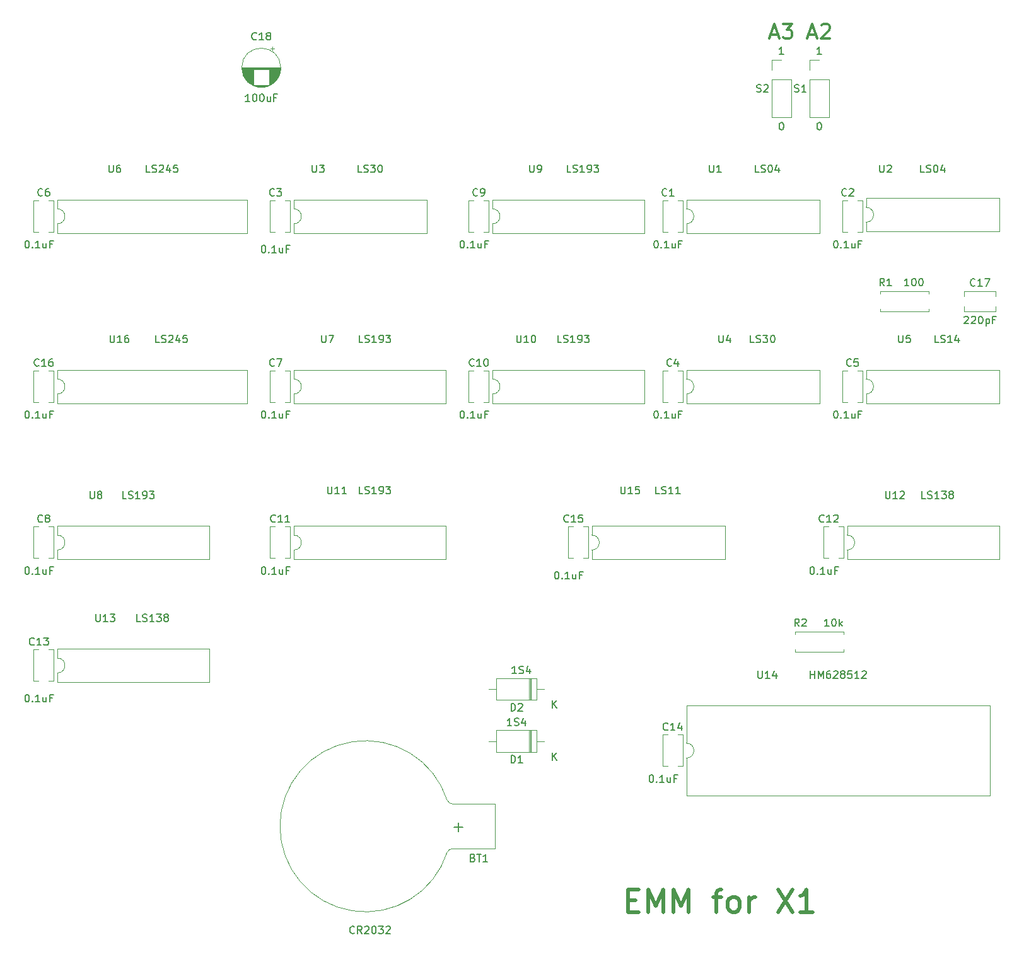
<source format=gto>
G04 #@! TF.GenerationSoftware,KiCad,Pcbnew,(5.1.9)-1*
G04 #@! TF.CreationDate,2025-12-09T22:22:35+09:00*
G04 #@! TF.ProjectId,X1_EMM,58315f45-4d4d-42e6-9b69-6361645f7063,rev?*
G04 #@! TF.SameCoordinates,PX1997c20PYbac5f70*
G04 #@! TF.FileFunction,Legend,Top*
G04 #@! TF.FilePolarity,Positive*
%FSLAX46Y46*%
G04 Gerber Fmt 4.6, Leading zero omitted, Abs format (unit mm)*
G04 Created by KiCad (PCBNEW (5.1.9)-1) date 2025-12-09 22:22:35*
%MOMM*%
%LPD*%
G01*
G04 APERTURE LIST*
%ADD10C,0.150000*%
%ADD11C,0.300000*%
%ADD12C,0.500000*%
%ADD13C,0.120000*%
G04 APERTURE END LIST*
D10*
X111387142Y74207620D02*
X111482380Y74207620D01*
X111577619Y74160000D01*
X111625238Y74112381D01*
X111672857Y74017143D01*
X111720476Y73826667D01*
X111720476Y73588572D01*
X111672857Y73398096D01*
X111625238Y73302858D01*
X111577619Y73255239D01*
X111482380Y73207620D01*
X111387142Y73207620D01*
X111291904Y73255239D01*
X111244285Y73302858D01*
X111196666Y73398096D01*
X111149047Y73588572D01*
X111149047Y73826667D01*
X111196666Y74017143D01*
X111244285Y74112381D01*
X111291904Y74160000D01*
X111387142Y74207620D01*
X112149047Y73302858D02*
X112196666Y73255239D01*
X112149047Y73207620D01*
X112101428Y73255239D01*
X112149047Y73302858D01*
X112149047Y73207620D01*
X113149047Y73207620D02*
X112577619Y73207620D01*
X112863333Y73207620D02*
X112863333Y74207620D01*
X112768095Y74064762D01*
X112672857Y73969524D01*
X112577619Y73921905D01*
X114006190Y73874286D02*
X114006190Y73207620D01*
X113577619Y73874286D02*
X113577619Y73350477D01*
X113625238Y73255239D01*
X113720476Y73207620D01*
X113863333Y73207620D01*
X113958571Y73255239D01*
X114006190Y73302858D01*
X114815714Y73731429D02*
X114482380Y73731429D01*
X114482380Y73207620D02*
X114482380Y74207620D01*
X114958571Y74207620D01*
X110529761Y45267620D02*
X109958333Y45267620D01*
X110244047Y45267620D02*
X110244047Y46267620D01*
X110148809Y46124762D01*
X110053571Y46029524D01*
X109958333Y45981905D01*
X111148809Y46267620D02*
X111244047Y46267620D01*
X111339285Y46220000D01*
X111386904Y46172381D01*
X111434523Y46077143D01*
X111482142Y45886667D01*
X111482142Y45648572D01*
X111434523Y45458096D01*
X111386904Y45362858D01*
X111339285Y45315239D01*
X111244047Y45267620D01*
X111148809Y45267620D01*
X111053571Y45315239D01*
X111005952Y45362858D01*
X110958333Y45458096D01*
X110910714Y45648572D01*
X110910714Y45886667D01*
X110958333Y46077143D01*
X111005952Y46172381D01*
X111053571Y46220000D01*
X111148809Y46267620D01*
X111910714Y45267620D02*
X111910714Y46267620D01*
X112005952Y45648572D02*
X112291666Y45267620D01*
X112291666Y45934286D02*
X111910714Y45553334D01*
X128690952Y86812381D02*
X128738571Y86860000D01*
X128833809Y86907620D01*
X129071904Y86907620D01*
X129167142Y86860000D01*
X129214761Y86812381D01*
X129262380Y86717143D01*
X129262380Y86621905D01*
X129214761Y86479048D01*
X128643333Y85907620D01*
X129262380Y85907620D01*
X129643333Y86812381D02*
X129690952Y86860000D01*
X129786190Y86907620D01*
X130024285Y86907620D01*
X130119523Y86860000D01*
X130167142Y86812381D01*
X130214761Y86717143D01*
X130214761Y86621905D01*
X130167142Y86479048D01*
X129595714Y85907620D01*
X130214761Y85907620D01*
X130833809Y86907620D02*
X130929047Y86907620D01*
X131024285Y86860000D01*
X131071904Y86812381D01*
X131119523Y86717143D01*
X131167142Y86526667D01*
X131167142Y86288572D01*
X131119523Y86098096D01*
X131071904Y86002858D01*
X131024285Y85955239D01*
X130929047Y85907620D01*
X130833809Y85907620D01*
X130738571Y85955239D01*
X130690952Y86002858D01*
X130643333Y86098096D01*
X130595714Y86288572D01*
X130595714Y86526667D01*
X130643333Y86717143D01*
X130690952Y86812381D01*
X130738571Y86860000D01*
X130833809Y86907620D01*
X131595714Y86574286D02*
X131595714Y85574286D01*
X131595714Y86526667D02*
X131690952Y86574286D01*
X131881428Y86574286D01*
X131976666Y86526667D01*
X132024285Y86479048D01*
X132071904Y86383810D01*
X132071904Y86098096D01*
X132024285Y86002858D01*
X131976666Y85955239D01*
X131881428Y85907620D01*
X131690952Y85907620D01*
X131595714Y85955239D01*
X132833809Y86431429D02*
X132500476Y86431429D01*
X132500476Y85907620D02*
X132500476Y86907620D01*
X132976666Y86907620D01*
X121253333Y90987620D02*
X120681904Y90987620D01*
X120967619Y90987620D02*
X120967619Y91987620D01*
X120872380Y91844762D01*
X120777142Y91749524D01*
X120681904Y91701905D01*
X121872380Y91987620D02*
X121967619Y91987620D01*
X122062857Y91940000D01*
X122110476Y91892381D01*
X122158095Y91797143D01*
X122205714Y91606667D01*
X122205714Y91368572D01*
X122158095Y91178096D01*
X122110476Y91082858D01*
X122062857Y91035239D01*
X121967619Y90987620D01*
X121872380Y90987620D01*
X121777142Y91035239D01*
X121729523Y91082858D01*
X121681904Y91178096D01*
X121634285Y91368572D01*
X121634285Y91606667D01*
X121681904Y91797143D01*
X121729523Y91892381D01*
X121777142Y91940000D01*
X121872380Y91987620D01*
X122824761Y91987620D02*
X122920000Y91987620D01*
X123015238Y91940000D01*
X123062857Y91892381D01*
X123110476Y91797143D01*
X123158095Y91606667D01*
X123158095Y91368572D01*
X123110476Y91178096D01*
X123062857Y91082858D01*
X123015238Y91035239D01*
X122920000Y90987620D01*
X122824761Y90987620D01*
X122729523Y91035239D01*
X122681904Y91082858D01*
X122634285Y91178096D01*
X122586666Y91368572D01*
X122586666Y91606667D01*
X122634285Y91797143D01*
X122681904Y91892381D01*
X122729523Y91940000D01*
X122824761Y91987620D01*
X109172380Y112942620D02*
X109267619Y112942620D01*
X109362857Y112895000D01*
X109410476Y112847381D01*
X109458095Y112752143D01*
X109505714Y112561667D01*
X109505714Y112323572D01*
X109458095Y112133096D01*
X109410476Y112037858D01*
X109362857Y111990239D01*
X109267619Y111942620D01*
X109172380Y111942620D01*
X109077142Y111990239D01*
X109029523Y112037858D01*
X108981904Y112133096D01*
X108934285Y112323572D01*
X108934285Y112561667D01*
X108981904Y112752143D01*
X109029523Y112847381D01*
X109077142Y112895000D01*
X109172380Y112942620D01*
X104092380Y112942620D02*
X104187619Y112942620D01*
X104282857Y112895000D01*
X104330476Y112847381D01*
X104378095Y112752143D01*
X104425714Y112561667D01*
X104425714Y112323572D01*
X104378095Y112133096D01*
X104330476Y112037858D01*
X104282857Y111990239D01*
X104187619Y111942620D01*
X104092380Y111942620D01*
X103997142Y111990239D01*
X103949523Y112037858D01*
X103901904Y112133096D01*
X103854285Y112323572D01*
X103854285Y112561667D01*
X103901904Y112752143D01*
X103949523Y112847381D01*
X103997142Y112895000D01*
X104092380Y112942620D01*
X109505714Y122102620D02*
X108934285Y122102620D01*
X109220000Y122102620D02*
X109220000Y123102620D01*
X109124761Y122959762D01*
X109029523Y122864524D01*
X108934285Y122816905D01*
X104425714Y122102620D02*
X103854285Y122102620D01*
X104140000Y122102620D02*
X104140000Y123102620D01*
X104044761Y122959762D01*
X103949523Y122864524D01*
X103854285Y122816905D01*
D11*
X107791428Y124761667D02*
X108743809Y124761667D01*
X107600952Y124190239D02*
X108267619Y126190239D01*
X108934285Y124190239D01*
X109505714Y125999762D02*
X109600952Y126095000D01*
X109791428Y126190239D01*
X110267619Y126190239D01*
X110458095Y126095000D01*
X110553333Y125999762D01*
X110648571Y125809286D01*
X110648571Y125618810D01*
X110553333Y125333096D01*
X109410476Y124190239D01*
X110648571Y124190239D01*
X102711428Y124761667D02*
X103663809Y124761667D01*
X102520952Y124190239D02*
X103187619Y126190239D01*
X103854285Y124190239D01*
X104330476Y126190239D02*
X105568571Y126190239D01*
X104901904Y125428334D01*
X105187619Y125428334D01*
X105378095Y125333096D01*
X105473333Y125237858D01*
X105568571Y125047381D01*
X105568571Y124571191D01*
X105473333Y124380715D01*
X105378095Y124285477D01*
X105187619Y124190239D01*
X104616190Y124190239D01*
X104425714Y124285477D01*
X104330476Y124380715D01*
D10*
X108045714Y38282620D02*
X108045714Y39282620D01*
X108045714Y38806429D02*
X108617142Y38806429D01*
X108617142Y38282620D02*
X108617142Y39282620D01*
X109093333Y38282620D02*
X109093333Y39282620D01*
X109426666Y38568334D01*
X109760000Y39282620D01*
X109760000Y38282620D01*
X110664761Y39282620D02*
X110474285Y39282620D01*
X110379047Y39235000D01*
X110331428Y39187381D01*
X110236190Y39044524D01*
X110188571Y38854048D01*
X110188571Y38473096D01*
X110236190Y38377858D01*
X110283809Y38330239D01*
X110379047Y38282620D01*
X110569523Y38282620D01*
X110664761Y38330239D01*
X110712380Y38377858D01*
X110760000Y38473096D01*
X110760000Y38711191D01*
X110712380Y38806429D01*
X110664761Y38854048D01*
X110569523Y38901667D01*
X110379047Y38901667D01*
X110283809Y38854048D01*
X110236190Y38806429D01*
X110188571Y38711191D01*
X111140952Y39187381D02*
X111188571Y39235000D01*
X111283809Y39282620D01*
X111521904Y39282620D01*
X111617142Y39235000D01*
X111664761Y39187381D01*
X111712380Y39092143D01*
X111712380Y38996905D01*
X111664761Y38854048D01*
X111093333Y38282620D01*
X111712380Y38282620D01*
X112283809Y38854048D02*
X112188571Y38901667D01*
X112140952Y38949286D01*
X112093333Y39044524D01*
X112093333Y39092143D01*
X112140952Y39187381D01*
X112188571Y39235000D01*
X112283809Y39282620D01*
X112474285Y39282620D01*
X112569523Y39235000D01*
X112617142Y39187381D01*
X112664761Y39092143D01*
X112664761Y39044524D01*
X112617142Y38949286D01*
X112569523Y38901667D01*
X112474285Y38854048D01*
X112283809Y38854048D01*
X112188571Y38806429D01*
X112140952Y38758810D01*
X112093333Y38663572D01*
X112093333Y38473096D01*
X112140952Y38377858D01*
X112188571Y38330239D01*
X112283809Y38282620D01*
X112474285Y38282620D01*
X112569523Y38330239D01*
X112617142Y38377858D01*
X112664761Y38473096D01*
X112664761Y38663572D01*
X112617142Y38758810D01*
X112569523Y38806429D01*
X112474285Y38854048D01*
X113569523Y39282620D02*
X113093333Y39282620D01*
X113045714Y38806429D01*
X113093333Y38854048D01*
X113188571Y38901667D01*
X113426666Y38901667D01*
X113521904Y38854048D01*
X113569523Y38806429D01*
X113617142Y38711191D01*
X113617142Y38473096D01*
X113569523Y38377858D01*
X113521904Y38330239D01*
X113426666Y38282620D01*
X113188571Y38282620D01*
X113093333Y38330239D01*
X113045714Y38377858D01*
X114569523Y38282620D02*
X113998095Y38282620D01*
X114283809Y38282620D02*
X114283809Y39282620D01*
X114188571Y39139762D01*
X114093333Y39044524D01*
X113998095Y38996905D01*
X114950476Y39187381D02*
X114998095Y39235000D01*
X115093333Y39282620D01*
X115331428Y39282620D01*
X115426666Y39235000D01*
X115474285Y39187381D01*
X115521904Y39092143D01*
X115521904Y38996905D01*
X115474285Y38854048D01*
X114902857Y38282620D01*
X115521904Y38282620D01*
X67913333Y31932620D02*
X67341904Y31932620D01*
X67627619Y31932620D02*
X67627619Y32932620D01*
X67532380Y32789762D01*
X67437142Y32694524D01*
X67341904Y32646905D01*
X68294285Y31980239D02*
X68437142Y31932620D01*
X68675238Y31932620D01*
X68770476Y31980239D01*
X68818095Y32027858D01*
X68865714Y32123096D01*
X68865714Y32218334D01*
X68818095Y32313572D01*
X68770476Y32361191D01*
X68675238Y32408810D01*
X68484761Y32456429D01*
X68389523Y32504048D01*
X68341904Y32551667D01*
X68294285Y32646905D01*
X68294285Y32742143D01*
X68341904Y32837381D01*
X68389523Y32885000D01*
X68484761Y32932620D01*
X68722857Y32932620D01*
X68865714Y32885000D01*
X69722857Y32599286D02*
X69722857Y31932620D01*
X69484761Y32980239D02*
X69246666Y32265953D01*
X69865714Y32265953D01*
X68548333Y38917620D02*
X67976904Y38917620D01*
X68262619Y38917620D02*
X68262619Y39917620D01*
X68167380Y39774762D01*
X68072142Y39679524D01*
X67976904Y39631905D01*
X68929285Y38965239D02*
X69072142Y38917620D01*
X69310238Y38917620D01*
X69405476Y38965239D01*
X69453095Y39012858D01*
X69500714Y39108096D01*
X69500714Y39203334D01*
X69453095Y39298572D01*
X69405476Y39346191D01*
X69310238Y39393810D01*
X69119761Y39441429D01*
X69024523Y39489048D01*
X68976904Y39536667D01*
X68929285Y39631905D01*
X68929285Y39727143D01*
X68976904Y39822381D01*
X69024523Y39870000D01*
X69119761Y39917620D01*
X69357857Y39917620D01*
X69500714Y39870000D01*
X70357857Y39584286D02*
X70357857Y38917620D01*
X70119761Y39965239D02*
X69881666Y39250953D01*
X70500714Y39250953D01*
X18089761Y45902620D02*
X17613571Y45902620D01*
X17613571Y46902620D01*
X18375476Y45950239D02*
X18518333Y45902620D01*
X18756428Y45902620D01*
X18851666Y45950239D01*
X18899285Y45997858D01*
X18946904Y46093096D01*
X18946904Y46188334D01*
X18899285Y46283572D01*
X18851666Y46331191D01*
X18756428Y46378810D01*
X18565952Y46426429D01*
X18470714Y46474048D01*
X18423095Y46521667D01*
X18375476Y46616905D01*
X18375476Y46712143D01*
X18423095Y46807381D01*
X18470714Y46855000D01*
X18565952Y46902620D01*
X18804047Y46902620D01*
X18946904Y46855000D01*
X19899285Y45902620D02*
X19327857Y45902620D01*
X19613571Y45902620D02*
X19613571Y46902620D01*
X19518333Y46759762D01*
X19423095Y46664524D01*
X19327857Y46616905D01*
X20232619Y46902620D02*
X20851666Y46902620D01*
X20518333Y46521667D01*
X20661190Y46521667D01*
X20756428Y46474048D01*
X20804047Y46426429D01*
X20851666Y46331191D01*
X20851666Y46093096D01*
X20804047Y45997858D01*
X20756428Y45950239D01*
X20661190Y45902620D01*
X20375476Y45902620D01*
X20280238Y45950239D01*
X20232619Y45997858D01*
X21423095Y46474048D02*
X21327857Y46521667D01*
X21280238Y46569286D01*
X21232619Y46664524D01*
X21232619Y46712143D01*
X21280238Y46807381D01*
X21327857Y46855000D01*
X21423095Y46902620D01*
X21613571Y46902620D01*
X21708809Y46855000D01*
X21756428Y46807381D01*
X21804047Y46712143D01*
X21804047Y46664524D01*
X21756428Y46569286D01*
X21708809Y46521667D01*
X21613571Y46474048D01*
X21423095Y46474048D01*
X21327857Y46426429D01*
X21280238Y46378810D01*
X21232619Y46283572D01*
X21232619Y46093096D01*
X21280238Y45997858D01*
X21327857Y45950239D01*
X21423095Y45902620D01*
X21613571Y45902620D01*
X21708809Y45950239D01*
X21756428Y45997858D01*
X21804047Y46093096D01*
X21804047Y46283572D01*
X21756428Y46378810D01*
X21708809Y46426429D01*
X21613571Y46474048D01*
X123499761Y62412620D02*
X123023571Y62412620D01*
X123023571Y63412620D01*
X123785476Y62460239D02*
X123928333Y62412620D01*
X124166428Y62412620D01*
X124261666Y62460239D01*
X124309285Y62507858D01*
X124356904Y62603096D01*
X124356904Y62698334D01*
X124309285Y62793572D01*
X124261666Y62841191D01*
X124166428Y62888810D01*
X123975952Y62936429D01*
X123880714Y62984048D01*
X123833095Y63031667D01*
X123785476Y63126905D01*
X123785476Y63222143D01*
X123833095Y63317381D01*
X123880714Y63365000D01*
X123975952Y63412620D01*
X124214047Y63412620D01*
X124356904Y63365000D01*
X125309285Y62412620D02*
X124737857Y62412620D01*
X125023571Y62412620D02*
X125023571Y63412620D01*
X124928333Y63269762D01*
X124833095Y63174524D01*
X124737857Y63126905D01*
X125642619Y63412620D02*
X126261666Y63412620D01*
X125928333Y63031667D01*
X126071190Y63031667D01*
X126166428Y62984048D01*
X126214047Y62936429D01*
X126261666Y62841191D01*
X126261666Y62603096D01*
X126214047Y62507858D01*
X126166428Y62460239D01*
X126071190Y62412620D01*
X125785476Y62412620D01*
X125690238Y62460239D01*
X125642619Y62507858D01*
X126833095Y62984048D02*
X126737857Y63031667D01*
X126690238Y63079286D01*
X126642619Y63174524D01*
X126642619Y63222143D01*
X126690238Y63317381D01*
X126737857Y63365000D01*
X126833095Y63412620D01*
X127023571Y63412620D01*
X127118809Y63365000D01*
X127166428Y63317381D01*
X127214047Y63222143D01*
X127214047Y63174524D01*
X127166428Y63079286D01*
X127118809Y63031667D01*
X127023571Y62984048D01*
X126833095Y62984048D01*
X126737857Y62936429D01*
X126690238Y62888810D01*
X126642619Y62793572D01*
X126642619Y62603096D01*
X126690238Y62507858D01*
X126737857Y62460239D01*
X126833095Y62412620D01*
X127023571Y62412620D01*
X127118809Y62460239D01*
X127166428Y62507858D01*
X127214047Y62603096D01*
X127214047Y62793572D01*
X127166428Y62888810D01*
X127118809Y62936429D01*
X127023571Y62984048D01*
X87780952Y63047620D02*
X87304761Y63047620D01*
X87304761Y64047620D01*
X88066666Y63095239D02*
X88209523Y63047620D01*
X88447619Y63047620D01*
X88542857Y63095239D01*
X88590476Y63142858D01*
X88638095Y63238096D01*
X88638095Y63333334D01*
X88590476Y63428572D01*
X88542857Y63476191D01*
X88447619Y63523810D01*
X88257142Y63571429D01*
X88161904Y63619048D01*
X88114285Y63666667D01*
X88066666Y63761905D01*
X88066666Y63857143D01*
X88114285Y63952381D01*
X88161904Y64000000D01*
X88257142Y64047620D01*
X88495238Y64047620D01*
X88638095Y64000000D01*
X89590476Y63047620D02*
X89019047Y63047620D01*
X89304761Y63047620D02*
X89304761Y64047620D01*
X89209523Y63904762D01*
X89114285Y63809524D01*
X89019047Y63761905D01*
X90542857Y63047620D02*
X89971428Y63047620D01*
X90257142Y63047620D02*
X90257142Y64047620D01*
X90161904Y63904762D01*
X90066666Y63809524D01*
X89971428Y63761905D01*
X125245952Y83367620D02*
X124769761Y83367620D01*
X124769761Y84367620D01*
X125531666Y83415239D02*
X125674523Y83367620D01*
X125912619Y83367620D01*
X126007857Y83415239D01*
X126055476Y83462858D01*
X126103095Y83558096D01*
X126103095Y83653334D01*
X126055476Y83748572D01*
X126007857Y83796191D01*
X125912619Y83843810D01*
X125722142Y83891429D01*
X125626904Y83939048D01*
X125579285Y83986667D01*
X125531666Y84081905D01*
X125531666Y84177143D01*
X125579285Y84272381D01*
X125626904Y84320000D01*
X125722142Y84367620D01*
X125960238Y84367620D01*
X126103095Y84320000D01*
X127055476Y83367620D02*
X126484047Y83367620D01*
X126769761Y83367620D02*
X126769761Y84367620D01*
X126674523Y84224762D01*
X126579285Y84129524D01*
X126484047Y84081905D01*
X127912619Y84034286D02*
X127912619Y83367620D01*
X127674523Y84415239D02*
X127436428Y83700953D01*
X128055476Y83700953D01*
X100480952Y83367620D02*
X100004761Y83367620D01*
X100004761Y84367620D01*
X100766666Y83415239D02*
X100909523Y83367620D01*
X101147619Y83367620D01*
X101242857Y83415239D01*
X101290476Y83462858D01*
X101338095Y83558096D01*
X101338095Y83653334D01*
X101290476Y83748572D01*
X101242857Y83796191D01*
X101147619Y83843810D01*
X100957142Y83891429D01*
X100861904Y83939048D01*
X100814285Y83986667D01*
X100766666Y84081905D01*
X100766666Y84177143D01*
X100814285Y84272381D01*
X100861904Y84320000D01*
X100957142Y84367620D01*
X101195238Y84367620D01*
X101338095Y84320000D01*
X101671428Y84367620D02*
X102290476Y84367620D01*
X101957142Y83986667D01*
X102100000Y83986667D01*
X102195238Y83939048D01*
X102242857Y83891429D01*
X102290476Y83796191D01*
X102290476Y83558096D01*
X102242857Y83462858D01*
X102195238Y83415239D01*
X102100000Y83367620D01*
X101814285Y83367620D01*
X101719047Y83415239D01*
X101671428Y83462858D01*
X102909523Y84367620D02*
X103004761Y84367620D01*
X103100000Y84320000D01*
X103147619Y84272381D01*
X103195238Y84177143D01*
X103242857Y83986667D01*
X103242857Y83748572D01*
X103195238Y83558096D01*
X103147619Y83462858D01*
X103100000Y83415239D01*
X103004761Y83367620D01*
X102909523Y83367620D01*
X102814285Y83415239D01*
X102766666Y83462858D01*
X102719047Y83558096D01*
X102671428Y83748572D01*
X102671428Y83986667D01*
X102719047Y84177143D01*
X102766666Y84272381D01*
X102814285Y84320000D01*
X102909523Y84367620D01*
X20629761Y83367620D02*
X20153571Y83367620D01*
X20153571Y84367620D01*
X20915476Y83415239D02*
X21058333Y83367620D01*
X21296428Y83367620D01*
X21391666Y83415239D01*
X21439285Y83462858D01*
X21486904Y83558096D01*
X21486904Y83653334D01*
X21439285Y83748572D01*
X21391666Y83796191D01*
X21296428Y83843810D01*
X21105952Y83891429D01*
X21010714Y83939048D01*
X20963095Y83986667D01*
X20915476Y84081905D01*
X20915476Y84177143D01*
X20963095Y84272381D01*
X21010714Y84320000D01*
X21105952Y84367620D01*
X21344047Y84367620D01*
X21486904Y84320000D01*
X21867857Y84272381D02*
X21915476Y84320000D01*
X22010714Y84367620D01*
X22248809Y84367620D01*
X22344047Y84320000D01*
X22391666Y84272381D01*
X22439285Y84177143D01*
X22439285Y84081905D01*
X22391666Y83939048D01*
X21820238Y83367620D01*
X22439285Y83367620D01*
X23296428Y84034286D02*
X23296428Y83367620D01*
X23058333Y84415239D02*
X22820238Y83700953D01*
X23439285Y83700953D01*
X24296428Y84367620D02*
X23820238Y84367620D01*
X23772619Y83891429D01*
X23820238Y83939048D01*
X23915476Y83986667D01*
X24153571Y83986667D01*
X24248809Y83939048D01*
X24296428Y83891429D01*
X24344047Y83796191D01*
X24344047Y83558096D01*
X24296428Y83462858D01*
X24248809Y83415239D01*
X24153571Y83367620D01*
X23915476Y83367620D01*
X23820238Y83415239D01*
X23772619Y83462858D01*
X123340952Y106227620D02*
X122864761Y106227620D01*
X122864761Y107227620D01*
X123626666Y106275239D02*
X123769523Y106227620D01*
X124007619Y106227620D01*
X124102857Y106275239D01*
X124150476Y106322858D01*
X124198095Y106418096D01*
X124198095Y106513334D01*
X124150476Y106608572D01*
X124102857Y106656191D01*
X124007619Y106703810D01*
X123817142Y106751429D01*
X123721904Y106799048D01*
X123674285Y106846667D01*
X123626666Y106941905D01*
X123626666Y107037143D01*
X123674285Y107132381D01*
X123721904Y107180000D01*
X123817142Y107227620D01*
X124055238Y107227620D01*
X124198095Y107180000D01*
X124817142Y107227620D02*
X124912380Y107227620D01*
X125007619Y107180000D01*
X125055238Y107132381D01*
X125102857Y107037143D01*
X125150476Y106846667D01*
X125150476Y106608572D01*
X125102857Y106418096D01*
X125055238Y106322858D01*
X125007619Y106275239D01*
X124912380Y106227620D01*
X124817142Y106227620D01*
X124721904Y106275239D01*
X124674285Y106322858D01*
X124626666Y106418096D01*
X124579047Y106608572D01*
X124579047Y106846667D01*
X124626666Y107037143D01*
X124674285Y107132381D01*
X124721904Y107180000D01*
X124817142Y107227620D01*
X126007619Y106894286D02*
X126007619Y106227620D01*
X125769523Y107275239D02*
X125531428Y106560953D01*
X126150476Y106560953D01*
X16184761Y62412620D02*
X15708571Y62412620D01*
X15708571Y63412620D01*
X16470476Y62460239D02*
X16613333Y62412620D01*
X16851428Y62412620D01*
X16946666Y62460239D01*
X16994285Y62507858D01*
X17041904Y62603096D01*
X17041904Y62698334D01*
X16994285Y62793572D01*
X16946666Y62841191D01*
X16851428Y62888810D01*
X16660952Y62936429D01*
X16565714Y62984048D01*
X16518095Y63031667D01*
X16470476Y63126905D01*
X16470476Y63222143D01*
X16518095Y63317381D01*
X16565714Y63365000D01*
X16660952Y63412620D01*
X16899047Y63412620D01*
X17041904Y63365000D01*
X17994285Y62412620D02*
X17422857Y62412620D01*
X17708571Y62412620D02*
X17708571Y63412620D01*
X17613333Y63269762D01*
X17518095Y63174524D01*
X17422857Y63126905D01*
X18470476Y62412620D02*
X18660952Y62412620D01*
X18756190Y62460239D01*
X18803809Y62507858D01*
X18899047Y62650715D01*
X18946666Y62841191D01*
X18946666Y63222143D01*
X18899047Y63317381D01*
X18851428Y63365000D01*
X18756190Y63412620D01*
X18565714Y63412620D01*
X18470476Y63365000D01*
X18422857Y63317381D01*
X18375238Y63222143D01*
X18375238Y62984048D01*
X18422857Y62888810D01*
X18470476Y62841191D01*
X18565714Y62793572D01*
X18756190Y62793572D01*
X18851428Y62841191D01*
X18899047Y62888810D01*
X18946666Y62984048D01*
X19280000Y63412620D02*
X19899047Y63412620D01*
X19565714Y63031667D01*
X19708571Y63031667D01*
X19803809Y62984048D01*
X19851428Y62936429D01*
X19899047Y62841191D01*
X19899047Y62603096D01*
X19851428Y62507858D01*
X19803809Y62460239D01*
X19708571Y62412620D01*
X19422857Y62412620D01*
X19327619Y62460239D01*
X19280000Y62507858D01*
X47934761Y63047620D02*
X47458571Y63047620D01*
X47458571Y64047620D01*
X48220476Y63095239D02*
X48363333Y63047620D01*
X48601428Y63047620D01*
X48696666Y63095239D01*
X48744285Y63142858D01*
X48791904Y63238096D01*
X48791904Y63333334D01*
X48744285Y63428572D01*
X48696666Y63476191D01*
X48601428Y63523810D01*
X48410952Y63571429D01*
X48315714Y63619048D01*
X48268095Y63666667D01*
X48220476Y63761905D01*
X48220476Y63857143D01*
X48268095Y63952381D01*
X48315714Y64000000D01*
X48410952Y64047620D01*
X48649047Y64047620D01*
X48791904Y64000000D01*
X49744285Y63047620D02*
X49172857Y63047620D01*
X49458571Y63047620D02*
X49458571Y64047620D01*
X49363333Y63904762D01*
X49268095Y63809524D01*
X49172857Y63761905D01*
X50220476Y63047620D02*
X50410952Y63047620D01*
X50506190Y63095239D01*
X50553809Y63142858D01*
X50649047Y63285715D01*
X50696666Y63476191D01*
X50696666Y63857143D01*
X50649047Y63952381D01*
X50601428Y64000000D01*
X50506190Y64047620D01*
X50315714Y64047620D01*
X50220476Y64000000D01*
X50172857Y63952381D01*
X50125238Y63857143D01*
X50125238Y63619048D01*
X50172857Y63523810D01*
X50220476Y63476191D01*
X50315714Y63428572D01*
X50506190Y63428572D01*
X50601428Y63476191D01*
X50649047Y63523810D01*
X50696666Y63619048D01*
X51030000Y64047620D02*
X51649047Y64047620D01*
X51315714Y63666667D01*
X51458571Y63666667D01*
X51553809Y63619048D01*
X51601428Y63571429D01*
X51649047Y63476191D01*
X51649047Y63238096D01*
X51601428Y63142858D01*
X51553809Y63095239D01*
X51458571Y63047620D01*
X51172857Y63047620D01*
X51077619Y63095239D01*
X51030000Y63142858D01*
X47934761Y83367620D02*
X47458571Y83367620D01*
X47458571Y84367620D01*
X48220476Y83415239D02*
X48363333Y83367620D01*
X48601428Y83367620D01*
X48696666Y83415239D01*
X48744285Y83462858D01*
X48791904Y83558096D01*
X48791904Y83653334D01*
X48744285Y83748572D01*
X48696666Y83796191D01*
X48601428Y83843810D01*
X48410952Y83891429D01*
X48315714Y83939048D01*
X48268095Y83986667D01*
X48220476Y84081905D01*
X48220476Y84177143D01*
X48268095Y84272381D01*
X48315714Y84320000D01*
X48410952Y84367620D01*
X48649047Y84367620D01*
X48791904Y84320000D01*
X49744285Y83367620D02*
X49172857Y83367620D01*
X49458571Y83367620D02*
X49458571Y84367620D01*
X49363333Y84224762D01*
X49268095Y84129524D01*
X49172857Y84081905D01*
X50220476Y83367620D02*
X50410952Y83367620D01*
X50506190Y83415239D01*
X50553809Y83462858D01*
X50649047Y83605715D01*
X50696666Y83796191D01*
X50696666Y84177143D01*
X50649047Y84272381D01*
X50601428Y84320000D01*
X50506190Y84367620D01*
X50315714Y84367620D01*
X50220476Y84320000D01*
X50172857Y84272381D01*
X50125238Y84177143D01*
X50125238Y83939048D01*
X50172857Y83843810D01*
X50220476Y83796191D01*
X50315714Y83748572D01*
X50506190Y83748572D01*
X50601428Y83796191D01*
X50649047Y83843810D01*
X50696666Y83939048D01*
X51030000Y84367620D02*
X51649047Y84367620D01*
X51315714Y83986667D01*
X51458571Y83986667D01*
X51553809Y83939048D01*
X51601428Y83891429D01*
X51649047Y83796191D01*
X51649047Y83558096D01*
X51601428Y83462858D01*
X51553809Y83415239D01*
X51458571Y83367620D01*
X51172857Y83367620D01*
X51077619Y83415239D01*
X51030000Y83462858D01*
X74604761Y83367620D02*
X74128571Y83367620D01*
X74128571Y84367620D01*
X74890476Y83415239D02*
X75033333Y83367620D01*
X75271428Y83367620D01*
X75366666Y83415239D01*
X75414285Y83462858D01*
X75461904Y83558096D01*
X75461904Y83653334D01*
X75414285Y83748572D01*
X75366666Y83796191D01*
X75271428Y83843810D01*
X75080952Y83891429D01*
X74985714Y83939048D01*
X74938095Y83986667D01*
X74890476Y84081905D01*
X74890476Y84177143D01*
X74938095Y84272381D01*
X74985714Y84320000D01*
X75080952Y84367620D01*
X75319047Y84367620D01*
X75461904Y84320000D01*
X76414285Y83367620D02*
X75842857Y83367620D01*
X76128571Y83367620D02*
X76128571Y84367620D01*
X76033333Y84224762D01*
X75938095Y84129524D01*
X75842857Y84081905D01*
X76890476Y83367620D02*
X77080952Y83367620D01*
X77176190Y83415239D01*
X77223809Y83462858D01*
X77319047Y83605715D01*
X77366666Y83796191D01*
X77366666Y84177143D01*
X77319047Y84272381D01*
X77271428Y84320000D01*
X77176190Y84367620D01*
X76985714Y84367620D01*
X76890476Y84320000D01*
X76842857Y84272381D01*
X76795238Y84177143D01*
X76795238Y83939048D01*
X76842857Y83843810D01*
X76890476Y83796191D01*
X76985714Y83748572D01*
X77176190Y83748572D01*
X77271428Y83796191D01*
X77319047Y83843810D01*
X77366666Y83939048D01*
X77700000Y84367620D02*
X78319047Y84367620D01*
X77985714Y83986667D01*
X78128571Y83986667D01*
X78223809Y83939048D01*
X78271428Y83891429D01*
X78319047Y83796191D01*
X78319047Y83558096D01*
X78271428Y83462858D01*
X78223809Y83415239D01*
X78128571Y83367620D01*
X77842857Y83367620D01*
X77747619Y83415239D01*
X77700000Y83462858D01*
X46799761Y4087858D02*
X46752142Y4040239D01*
X46609285Y3992620D01*
X46514047Y3992620D01*
X46371190Y4040239D01*
X46275952Y4135477D01*
X46228333Y4230715D01*
X46180714Y4421191D01*
X46180714Y4564048D01*
X46228333Y4754524D01*
X46275952Y4849762D01*
X46371190Y4945000D01*
X46514047Y4992620D01*
X46609285Y4992620D01*
X46752142Y4945000D01*
X46799761Y4897381D01*
X47799761Y3992620D02*
X47466428Y4468810D01*
X47228333Y3992620D02*
X47228333Y4992620D01*
X47609285Y4992620D01*
X47704523Y4945000D01*
X47752142Y4897381D01*
X47799761Y4802143D01*
X47799761Y4659286D01*
X47752142Y4564048D01*
X47704523Y4516429D01*
X47609285Y4468810D01*
X47228333Y4468810D01*
X48180714Y4897381D02*
X48228333Y4945000D01*
X48323571Y4992620D01*
X48561666Y4992620D01*
X48656904Y4945000D01*
X48704523Y4897381D01*
X48752142Y4802143D01*
X48752142Y4706905D01*
X48704523Y4564048D01*
X48133095Y3992620D01*
X48752142Y3992620D01*
X49371190Y4992620D02*
X49466428Y4992620D01*
X49561666Y4945000D01*
X49609285Y4897381D01*
X49656904Y4802143D01*
X49704523Y4611667D01*
X49704523Y4373572D01*
X49656904Y4183096D01*
X49609285Y4087858D01*
X49561666Y4040239D01*
X49466428Y3992620D01*
X49371190Y3992620D01*
X49275952Y4040239D01*
X49228333Y4087858D01*
X49180714Y4183096D01*
X49133095Y4373572D01*
X49133095Y4611667D01*
X49180714Y4802143D01*
X49228333Y4897381D01*
X49275952Y4945000D01*
X49371190Y4992620D01*
X50037857Y4992620D02*
X50656904Y4992620D01*
X50323571Y4611667D01*
X50466428Y4611667D01*
X50561666Y4564048D01*
X50609285Y4516429D01*
X50656904Y4421191D01*
X50656904Y4183096D01*
X50609285Y4087858D01*
X50561666Y4040239D01*
X50466428Y3992620D01*
X50180714Y3992620D01*
X50085476Y4040239D01*
X50037857Y4087858D01*
X51037857Y4897381D02*
X51085476Y4945000D01*
X51180714Y4992620D01*
X51418809Y4992620D01*
X51514047Y4945000D01*
X51561666Y4897381D01*
X51609285Y4802143D01*
X51609285Y4706905D01*
X51561666Y4564048D01*
X50990238Y3992620D01*
X51609285Y3992620D01*
X86622142Y25312620D02*
X86717380Y25312620D01*
X86812619Y25265000D01*
X86860238Y25217381D01*
X86907857Y25122143D01*
X86955476Y24931667D01*
X86955476Y24693572D01*
X86907857Y24503096D01*
X86860238Y24407858D01*
X86812619Y24360239D01*
X86717380Y24312620D01*
X86622142Y24312620D01*
X86526904Y24360239D01*
X86479285Y24407858D01*
X86431666Y24503096D01*
X86384047Y24693572D01*
X86384047Y24931667D01*
X86431666Y25122143D01*
X86479285Y25217381D01*
X86526904Y25265000D01*
X86622142Y25312620D01*
X87384047Y24407858D02*
X87431666Y24360239D01*
X87384047Y24312620D01*
X87336428Y24360239D01*
X87384047Y24407858D01*
X87384047Y24312620D01*
X88384047Y24312620D02*
X87812619Y24312620D01*
X88098333Y24312620D02*
X88098333Y25312620D01*
X88003095Y25169762D01*
X87907857Y25074524D01*
X87812619Y25026905D01*
X89241190Y24979286D02*
X89241190Y24312620D01*
X88812619Y24979286D02*
X88812619Y24455477D01*
X88860238Y24360239D01*
X88955476Y24312620D01*
X89098333Y24312620D01*
X89193571Y24360239D01*
X89241190Y24407858D01*
X90050714Y24836429D02*
X89717380Y24836429D01*
X89717380Y24312620D02*
X89717380Y25312620D01*
X90193571Y25312620D01*
X2802142Y36107620D02*
X2897380Y36107620D01*
X2992619Y36060000D01*
X3040238Y36012381D01*
X3087857Y35917143D01*
X3135476Y35726667D01*
X3135476Y35488572D01*
X3087857Y35298096D01*
X3040238Y35202858D01*
X2992619Y35155239D01*
X2897380Y35107620D01*
X2802142Y35107620D01*
X2706904Y35155239D01*
X2659285Y35202858D01*
X2611666Y35298096D01*
X2564047Y35488572D01*
X2564047Y35726667D01*
X2611666Y35917143D01*
X2659285Y36012381D01*
X2706904Y36060000D01*
X2802142Y36107620D01*
X3564047Y35202858D02*
X3611666Y35155239D01*
X3564047Y35107620D01*
X3516428Y35155239D01*
X3564047Y35202858D01*
X3564047Y35107620D01*
X4564047Y35107620D02*
X3992619Y35107620D01*
X4278333Y35107620D02*
X4278333Y36107620D01*
X4183095Y35964762D01*
X4087857Y35869524D01*
X3992619Y35821905D01*
X5421190Y35774286D02*
X5421190Y35107620D01*
X4992619Y35774286D02*
X4992619Y35250477D01*
X5040238Y35155239D01*
X5135476Y35107620D01*
X5278333Y35107620D01*
X5373571Y35155239D01*
X5421190Y35202858D01*
X6230714Y35631429D02*
X5897380Y35631429D01*
X5897380Y35107620D02*
X5897380Y36107620D01*
X6373571Y36107620D01*
X19359761Y106227620D02*
X18883571Y106227620D01*
X18883571Y107227620D01*
X19645476Y106275239D02*
X19788333Y106227620D01*
X20026428Y106227620D01*
X20121666Y106275239D01*
X20169285Y106322858D01*
X20216904Y106418096D01*
X20216904Y106513334D01*
X20169285Y106608572D01*
X20121666Y106656191D01*
X20026428Y106703810D01*
X19835952Y106751429D01*
X19740714Y106799048D01*
X19693095Y106846667D01*
X19645476Y106941905D01*
X19645476Y107037143D01*
X19693095Y107132381D01*
X19740714Y107180000D01*
X19835952Y107227620D01*
X20074047Y107227620D01*
X20216904Y107180000D01*
X20597857Y107132381D02*
X20645476Y107180000D01*
X20740714Y107227620D01*
X20978809Y107227620D01*
X21074047Y107180000D01*
X21121666Y107132381D01*
X21169285Y107037143D01*
X21169285Y106941905D01*
X21121666Y106799048D01*
X20550238Y106227620D01*
X21169285Y106227620D01*
X22026428Y106894286D02*
X22026428Y106227620D01*
X21788333Y107275239D02*
X21550238Y106560953D01*
X22169285Y106560953D01*
X23026428Y107227620D02*
X22550238Y107227620D01*
X22502619Y106751429D01*
X22550238Y106799048D01*
X22645476Y106846667D01*
X22883571Y106846667D01*
X22978809Y106799048D01*
X23026428Y106751429D01*
X23074047Y106656191D01*
X23074047Y106418096D01*
X23026428Y106322858D01*
X22978809Y106275239D01*
X22883571Y106227620D01*
X22645476Y106227620D01*
X22550238Y106275239D01*
X22502619Y106322858D01*
X75874761Y106227620D02*
X75398571Y106227620D01*
X75398571Y107227620D01*
X76160476Y106275239D02*
X76303333Y106227620D01*
X76541428Y106227620D01*
X76636666Y106275239D01*
X76684285Y106322858D01*
X76731904Y106418096D01*
X76731904Y106513334D01*
X76684285Y106608572D01*
X76636666Y106656191D01*
X76541428Y106703810D01*
X76350952Y106751429D01*
X76255714Y106799048D01*
X76208095Y106846667D01*
X76160476Y106941905D01*
X76160476Y107037143D01*
X76208095Y107132381D01*
X76255714Y107180000D01*
X76350952Y107227620D01*
X76589047Y107227620D01*
X76731904Y107180000D01*
X77684285Y106227620D02*
X77112857Y106227620D01*
X77398571Y106227620D02*
X77398571Y107227620D01*
X77303333Y107084762D01*
X77208095Y106989524D01*
X77112857Y106941905D01*
X78160476Y106227620D02*
X78350952Y106227620D01*
X78446190Y106275239D01*
X78493809Y106322858D01*
X78589047Y106465715D01*
X78636666Y106656191D01*
X78636666Y107037143D01*
X78589047Y107132381D01*
X78541428Y107180000D01*
X78446190Y107227620D01*
X78255714Y107227620D01*
X78160476Y107180000D01*
X78112857Y107132381D01*
X78065238Y107037143D01*
X78065238Y106799048D01*
X78112857Y106703810D01*
X78160476Y106656191D01*
X78255714Y106608572D01*
X78446190Y106608572D01*
X78541428Y106656191D01*
X78589047Y106703810D01*
X78636666Y106799048D01*
X78970000Y107227620D02*
X79589047Y107227620D01*
X79255714Y106846667D01*
X79398571Y106846667D01*
X79493809Y106799048D01*
X79541428Y106751429D01*
X79589047Y106656191D01*
X79589047Y106418096D01*
X79541428Y106322858D01*
X79493809Y106275239D01*
X79398571Y106227620D01*
X79112857Y106227620D01*
X79017619Y106275239D01*
X78970000Y106322858D01*
X47775952Y106227620D02*
X47299761Y106227620D01*
X47299761Y107227620D01*
X48061666Y106275239D02*
X48204523Y106227620D01*
X48442619Y106227620D01*
X48537857Y106275239D01*
X48585476Y106322858D01*
X48633095Y106418096D01*
X48633095Y106513334D01*
X48585476Y106608572D01*
X48537857Y106656191D01*
X48442619Y106703810D01*
X48252142Y106751429D01*
X48156904Y106799048D01*
X48109285Y106846667D01*
X48061666Y106941905D01*
X48061666Y107037143D01*
X48109285Y107132381D01*
X48156904Y107180000D01*
X48252142Y107227620D01*
X48490238Y107227620D01*
X48633095Y107180000D01*
X48966428Y107227620D02*
X49585476Y107227620D01*
X49252142Y106846667D01*
X49395000Y106846667D01*
X49490238Y106799048D01*
X49537857Y106751429D01*
X49585476Y106656191D01*
X49585476Y106418096D01*
X49537857Y106322858D01*
X49490238Y106275239D01*
X49395000Y106227620D01*
X49109285Y106227620D01*
X49014047Y106275239D01*
X48966428Y106322858D01*
X50204523Y107227620D02*
X50299761Y107227620D01*
X50395000Y107180000D01*
X50442619Y107132381D01*
X50490238Y107037143D01*
X50537857Y106846667D01*
X50537857Y106608572D01*
X50490238Y106418096D01*
X50442619Y106322858D01*
X50395000Y106275239D01*
X50299761Y106227620D01*
X50204523Y106227620D01*
X50109285Y106275239D01*
X50061666Y106322858D01*
X50014047Y106418096D01*
X49966428Y106608572D01*
X49966428Y106846667D01*
X50014047Y107037143D01*
X50061666Y107132381D01*
X50109285Y107180000D01*
X50204523Y107227620D01*
X101115952Y106227620D02*
X100639761Y106227620D01*
X100639761Y107227620D01*
X101401666Y106275239D02*
X101544523Y106227620D01*
X101782619Y106227620D01*
X101877857Y106275239D01*
X101925476Y106322858D01*
X101973095Y106418096D01*
X101973095Y106513334D01*
X101925476Y106608572D01*
X101877857Y106656191D01*
X101782619Y106703810D01*
X101592142Y106751429D01*
X101496904Y106799048D01*
X101449285Y106846667D01*
X101401666Y106941905D01*
X101401666Y107037143D01*
X101449285Y107132381D01*
X101496904Y107180000D01*
X101592142Y107227620D01*
X101830238Y107227620D01*
X101973095Y107180000D01*
X102592142Y107227620D02*
X102687380Y107227620D01*
X102782619Y107180000D01*
X102830238Y107132381D01*
X102877857Y107037143D01*
X102925476Y106846667D01*
X102925476Y106608572D01*
X102877857Y106418096D01*
X102830238Y106322858D01*
X102782619Y106275239D01*
X102687380Y106227620D01*
X102592142Y106227620D01*
X102496904Y106275239D01*
X102449285Y106322858D01*
X102401666Y106418096D01*
X102354047Y106608572D01*
X102354047Y106846667D01*
X102401666Y107037143D01*
X102449285Y107132381D01*
X102496904Y107180000D01*
X102592142Y107227620D01*
X103782619Y106894286D02*
X103782619Y106227620D01*
X103544523Y107275239D02*
X103306428Y106560953D01*
X103925476Y106560953D01*
X87257142Y74207620D02*
X87352380Y74207620D01*
X87447619Y74160000D01*
X87495238Y74112381D01*
X87542857Y74017143D01*
X87590476Y73826667D01*
X87590476Y73588572D01*
X87542857Y73398096D01*
X87495238Y73302858D01*
X87447619Y73255239D01*
X87352380Y73207620D01*
X87257142Y73207620D01*
X87161904Y73255239D01*
X87114285Y73302858D01*
X87066666Y73398096D01*
X87019047Y73588572D01*
X87019047Y73826667D01*
X87066666Y74017143D01*
X87114285Y74112381D01*
X87161904Y74160000D01*
X87257142Y74207620D01*
X88019047Y73302858D02*
X88066666Y73255239D01*
X88019047Y73207620D01*
X87971428Y73255239D01*
X88019047Y73302858D01*
X88019047Y73207620D01*
X89019047Y73207620D02*
X88447619Y73207620D01*
X88733333Y73207620D02*
X88733333Y74207620D01*
X88638095Y74064762D01*
X88542857Y73969524D01*
X88447619Y73921905D01*
X89876190Y73874286D02*
X89876190Y73207620D01*
X89447619Y73874286D02*
X89447619Y73350477D01*
X89495238Y73255239D01*
X89590476Y73207620D01*
X89733333Y73207620D01*
X89828571Y73255239D01*
X89876190Y73302858D01*
X90685714Y73731429D02*
X90352380Y73731429D01*
X90352380Y73207620D02*
X90352380Y74207620D01*
X90828571Y74207620D01*
X61222142Y74207620D02*
X61317380Y74207620D01*
X61412619Y74160000D01*
X61460238Y74112381D01*
X61507857Y74017143D01*
X61555476Y73826667D01*
X61555476Y73588572D01*
X61507857Y73398096D01*
X61460238Y73302858D01*
X61412619Y73255239D01*
X61317380Y73207620D01*
X61222142Y73207620D01*
X61126904Y73255239D01*
X61079285Y73302858D01*
X61031666Y73398096D01*
X60984047Y73588572D01*
X60984047Y73826667D01*
X61031666Y74017143D01*
X61079285Y74112381D01*
X61126904Y74160000D01*
X61222142Y74207620D01*
X61984047Y73302858D02*
X62031666Y73255239D01*
X61984047Y73207620D01*
X61936428Y73255239D01*
X61984047Y73302858D01*
X61984047Y73207620D01*
X62984047Y73207620D02*
X62412619Y73207620D01*
X62698333Y73207620D02*
X62698333Y74207620D01*
X62603095Y74064762D01*
X62507857Y73969524D01*
X62412619Y73921905D01*
X63841190Y73874286D02*
X63841190Y73207620D01*
X63412619Y73874286D02*
X63412619Y73350477D01*
X63460238Y73255239D01*
X63555476Y73207620D01*
X63698333Y73207620D01*
X63793571Y73255239D01*
X63841190Y73302858D01*
X64650714Y73731429D02*
X64317380Y73731429D01*
X64317380Y73207620D02*
X64317380Y74207620D01*
X64793571Y74207620D01*
X111387142Y97067620D02*
X111482380Y97067620D01*
X111577619Y97020000D01*
X111625238Y96972381D01*
X111672857Y96877143D01*
X111720476Y96686667D01*
X111720476Y96448572D01*
X111672857Y96258096D01*
X111625238Y96162858D01*
X111577619Y96115239D01*
X111482380Y96067620D01*
X111387142Y96067620D01*
X111291904Y96115239D01*
X111244285Y96162858D01*
X111196666Y96258096D01*
X111149047Y96448572D01*
X111149047Y96686667D01*
X111196666Y96877143D01*
X111244285Y96972381D01*
X111291904Y97020000D01*
X111387142Y97067620D01*
X112149047Y96162858D02*
X112196666Y96115239D01*
X112149047Y96067620D01*
X112101428Y96115239D01*
X112149047Y96162858D01*
X112149047Y96067620D01*
X113149047Y96067620D02*
X112577619Y96067620D01*
X112863333Y96067620D02*
X112863333Y97067620D01*
X112768095Y96924762D01*
X112672857Y96829524D01*
X112577619Y96781905D01*
X114006190Y96734286D02*
X114006190Y96067620D01*
X113577619Y96734286D02*
X113577619Y96210477D01*
X113625238Y96115239D01*
X113720476Y96067620D01*
X113863333Y96067620D01*
X113958571Y96115239D01*
X114006190Y96162858D01*
X114815714Y96591429D02*
X114482380Y96591429D01*
X114482380Y96067620D02*
X114482380Y97067620D01*
X114958571Y97067620D01*
X34552142Y74207620D02*
X34647380Y74207620D01*
X34742619Y74160000D01*
X34790238Y74112381D01*
X34837857Y74017143D01*
X34885476Y73826667D01*
X34885476Y73588572D01*
X34837857Y73398096D01*
X34790238Y73302858D01*
X34742619Y73255239D01*
X34647380Y73207620D01*
X34552142Y73207620D01*
X34456904Y73255239D01*
X34409285Y73302858D01*
X34361666Y73398096D01*
X34314047Y73588572D01*
X34314047Y73826667D01*
X34361666Y74017143D01*
X34409285Y74112381D01*
X34456904Y74160000D01*
X34552142Y74207620D01*
X35314047Y73302858D02*
X35361666Y73255239D01*
X35314047Y73207620D01*
X35266428Y73255239D01*
X35314047Y73302858D01*
X35314047Y73207620D01*
X36314047Y73207620D02*
X35742619Y73207620D01*
X36028333Y73207620D02*
X36028333Y74207620D01*
X35933095Y74064762D01*
X35837857Y73969524D01*
X35742619Y73921905D01*
X37171190Y73874286D02*
X37171190Y73207620D01*
X36742619Y73874286D02*
X36742619Y73350477D01*
X36790238Y73255239D01*
X36885476Y73207620D01*
X37028333Y73207620D01*
X37123571Y73255239D01*
X37171190Y73302858D01*
X37980714Y73731429D02*
X37647380Y73731429D01*
X37647380Y73207620D02*
X37647380Y74207620D01*
X38123571Y74207620D01*
X108212142Y53252620D02*
X108307380Y53252620D01*
X108402619Y53205000D01*
X108450238Y53157381D01*
X108497857Y53062143D01*
X108545476Y52871667D01*
X108545476Y52633572D01*
X108497857Y52443096D01*
X108450238Y52347858D01*
X108402619Y52300239D01*
X108307380Y52252620D01*
X108212142Y52252620D01*
X108116904Y52300239D01*
X108069285Y52347858D01*
X108021666Y52443096D01*
X107974047Y52633572D01*
X107974047Y52871667D01*
X108021666Y53062143D01*
X108069285Y53157381D01*
X108116904Y53205000D01*
X108212142Y53252620D01*
X108974047Y52347858D02*
X109021666Y52300239D01*
X108974047Y52252620D01*
X108926428Y52300239D01*
X108974047Y52347858D01*
X108974047Y52252620D01*
X109974047Y52252620D02*
X109402619Y52252620D01*
X109688333Y52252620D02*
X109688333Y53252620D01*
X109593095Y53109762D01*
X109497857Y53014524D01*
X109402619Y52966905D01*
X110831190Y52919286D02*
X110831190Y52252620D01*
X110402619Y52919286D02*
X110402619Y52395477D01*
X110450238Y52300239D01*
X110545476Y52252620D01*
X110688333Y52252620D01*
X110783571Y52300239D01*
X110831190Y52347858D01*
X111640714Y52776429D02*
X111307380Y52776429D01*
X111307380Y52252620D02*
X111307380Y53252620D01*
X111783571Y53252620D01*
X2802142Y74207620D02*
X2897380Y74207620D01*
X2992619Y74160000D01*
X3040238Y74112381D01*
X3087857Y74017143D01*
X3135476Y73826667D01*
X3135476Y73588572D01*
X3087857Y73398096D01*
X3040238Y73302858D01*
X2992619Y73255239D01*
X2897380Y73207620D01*
X2802142Y73207620D01*
X2706904Y73255239D01*
X2659285Y73302858D01*
X2611666Y73398096D01*
X2564047Y73588572D01*
X2564047Y73826667D01*
X2611666Y74017143D01*
X2659285Y74112381D01*
X2706904Y74160000D01*
X2802142Y74207620D01*
X3564047Y73302858D02*
X3611666Y73255239D01*
X3564047Y73207620D01*
X3516428Y73255239D01*
X3564047Y73302858D01*
X3564047Y73207620D01*
X4564047Y73207620D02*
X3992619Y73207620D01*
X4278333Y73207620D02*
X4278333Y74207620D01*
X4183095Y74064762D01*
X4087857Y73969524D01*
X3992619Y73921905D01*
X5421190Y73874286D02*
X5421190Y73207620D01*
X4992619Y73874286D02*
X4992619Y73350477D01*
X5040238Y73255239D01*
X5135476Y73207620D01*
X5278333Y73207620D01*
X5373571Y73255239D01*
X5421190Y73302858D01*
X6230714Y73731429D02*
X5897380Y73731429D01*
X5897380Y73207620D02*
X5897380Y74207620D01*
X6373571Y74207620D01*
X87257142Y97067620D02*
X87352380Y97067620D01*
X87447619Y97020000D01*
X87495238Y96972381D01*
X87542857Y96877143D01*
X87590476Y96686667D01*
X87590476Y96448572D01*
X87542857Y96258096D01*
X87495238Y96162858D01*
X87447619Y96115239D01*
X87352380Y96067620D01*
X87257142Y96067620D01*
X87161904Y96115239D01*
X87114285Y96162858D01*
X87066666Y96258096D01*
X87019047Y96448572D01*
X87019047Y96686667D01*
X87066666Y96877143D01*
X87114285Y96972381D01*
X87161904Y97020000D01*
X87257142Y97067620D01*
X88019047Y96162858D02*
X88066666Y96115239D01*
X88019047Y96067620D01*
X87971428Y96115239D01*
X88019047Y96162858D01*
X88019047Y96067620D01*
X89019047Y96067620D02*
X88447619Y96067620D01*
X88733333Y96067620D02*
X88733333Y97067620D01*
X88638095Y96924762D01*
X88542857Y96829524D01*
X88447619Y96781905D01*
X89876190Y96734286D02*
X89876190Y96067620D01*
X89447619Y96734286D02*
X89447619Y96210477D01*
X89495238Y96115239D01*
X89590476Y96067620D01*
X89733333Y96067620D01*
X89828571Y96115239D01*
X89876190Y96162858D01*
X90685714Y96591429D02*
X90352380Y96591429D01*
X90352380Y96067620D02*
X90352380Y97067620D01*
X90828571Y97067620D01*
X34552142Y53252620D02*
X34647380Y53252620D01*
X34742619Y53205000D01*
X34790238Y53157381D01*
X34837857Y53062143D01*
X34885476Y52871667D01*
X34885476Y52633572D01*
X34837857Y52443096D01*
X34790238Y52347858D01*
X34742619Y52300239D01*
X34647380Y52252620D01*
X34552142Y52252620D01*
X34456904Y52300239D01*
X34409285Y52347858D01*
X34361666Y52443096D01*
X34314047Y52633572D01*
X34314047Y52871667D01*
X34361666Y53062143D01*
X34409285Y53157381D01*
X34456904Y53205000D01*
X34552142Y53252620D01*
X35314047Y52347858D02*
X35361666Y52300239D01*
X35314047Y52252620D01*
X35266428Y52300239D01*
X35314047Y52347858D01*
X35314047Y52252620D01*
X36314047Y52252620D02*
X35742619Y52252620D01*
X36028333Y52252620D02*
X36028333Y53252620D01*
X35933095Y53109762D01*
X35837857Y53014524D01*
X35742619Y52966905D01*
X37171190Y52919286D02*
X37171190Y52252620D01*
X36742619Y52919286D02*
X36742619Y52395477D01*
X36790238Y52300239D01*
X36885476Y52252620D01*
X37028333Y52252620D01*
X37123571Y52300239D01*
X37171190Y52347858D01*
X37980714Y52776429D02*
X37647380Y52776429D01*
X37647380Y52252620D02*
X37647380Y53252620D01*
X38123571Y53252620D01*
X2802142Y97067620D02*
X2897380Y97067620D01*
X2992619Y97020000D01*
X3040238Y96972381D01*
X3087857Y96877143D01*
X3135476Y96686667D01*
X3135476Y96448572D01*
X3087857Y96258096D01*
X3040238Y96162858D01*
X2992619Y96115239D01*
X2897380Y96067620D01*
X2802142Y96067620D01*
X2706904Y96115239D01*
X2659285Y96162858D01*
X2611666Y96258096D01*
X2564047Y96448572D01*
X2564047Y96686667D01*
X2611666Y96877143D01*
X2659285Y96972381D01*
X2706904Y97020000D01*
X2802142Y97067620D01*
X3564047Y96162858D02*
X3611666Y96115239D01*
X3564047Y96067620D01*
X3516428Y96115239D01*
X3564047Y96162858D01*
X3564047Y96067620D01*
X4564047Y96067620D02*
X3992619Y96067620D01*
X4278333Y96067620D02*
X4278333Y97067620D01*
X4183095Y96924762D01*
X4087857Y96829524D01*
X3992619Y96781905D01*
X5421190Y96734286D02*
X5421190Y96067620D01*
X4992619Y96734286D02*
X4992619Y96210477D01*
X5040238Y96115239D01*
X5135476Y96067620D01*
X5278333Y96067620D01*
X5373571Y96115239D01*
X5421190Y96162858D01*
X6230714Y96591429D02*
X5897380Y96591429D01*
X5897380Y96067620D02*
X5897380Y97067620D01*
X6373571Y97067620D01*
X34552142Y96432620D02*
X34647380Y96432620D01*
X34742619Y96385000D01*
X34790238Y96337381D01*
X34837857Y96242143D01*
X34885476Y96051667D01*
X34885476Y95813572D01*
X34837857Y95623096D01*
X34790238Y95527858D01*
X34742619Y95480239D01*
X34647380Y95432620D01*
X34552142Y95432620D01*
X34456904Y95480239D01*
X34409285Y95527858D01*
X34361666Y95623096D01*
X34314047Y95813572D01*
X34314047Y96051667D01*
X34361666Y96242143D01*
X34409285Y96337381D01*
X34456904Y96385000D01*
X34552142Y96432620D01*
X35314047Y95527858D02*
X35361666Y95480239D01*
X35314047Y95432620D01*
X35266428Y95480239D01*
X35314047Y95527858D01*
X35314047Y95432620D01*
X36314047Y95432620D02*
X35742619Y95432620D01*
X36028333Y95432620D02*
X36028333Y96432620D01*
X35933095Y96289762D01*
X35837857Y96194524D01*
X35742619Y96146905D01*
X37171190Y96099286D02*
X37171190Y95432620D01*
X36742619Y96099286D02*
X36742619Y95575477D01*
X36790238Y95480239D01*
X36885476Y95432620D01*
X37028333Y95432620D01*
X37123571Y95480239D01*
X37171190Y95527858D01*
X37980714Y95956429D02*
X37647380Y95956429D01*
X37647380Y95432620D02*
X37647380Y96432620D01*
X38123571Y96432620D01*
X61222142Y97067620D02*
X61317380Y97067620D01*
X61412619Y97020000D01*
X61460238Y96972381D01*
X61507857Y96877143D01*
X61555476Y96686667D01*
X61555476Y96448572D01*
X61507857Y96258096D01*
X61460238Y96162858D01*
X61412619Y96115239D01*
X61317380Y96067620D01*
X61222142Y96067620D01*
X61126904Y96115239D01*
X61079285Y96162858D01*
X61031666Y96258096D01*
X60984047Y96448572D01*
X60984047Y96686667D01*
X61031666Y96877143D01*
X61079285Y96972381D01*
X61126904Y97020000D01*
X61222142Y97067620D01*
X61984047Y96162858D02*
X62031666Y96115239D01*
X61984047Y96067620D01*
X61936428Y96115239D01*
X61984047Y96162858D01*
X61984047Y96067620D01*
X62984047Y96067620D02*
X62412619Y96067620D01*
X62698333Y96067620D02*
X62698333Y97067620D01*
X62603095Y96924762D01*
X62507857Y96829524D01*
X62412619Y96781905D01*
X63841190Y96734286D02*
X63841190Y96067620D01*
X63412619Y96734286D02*
X63412619Y96210477D01*
X63460238Y96115239D01*
X63555476Y96067620D01*
X63698333Y96067620D01*
X63793571Y96115239D01*
X63841190Y96162858D01*
X64650714Y96591429D02*
X64317380Y96591429D01*
X64317380Y96067620D02*
X64317380Y97067620D01*
X64793571Y97067620D01*
X73922142Y52617620D02*
X74017380Y52617620D01*
X74112619Y52570000D01*
X74160238Y52522381D01*
X74207857Y52427143D01*
X74255476Y52236667D01*
X74255476Y51998572D01*
X74207857Y51808096D01*
X74160238Y51712858D01*
X74112619Y51665239D01*
X74017380Y51617620D01*
X73922142Y51617620D01*
X73826904Y51665239D01*
X73779285Y51712858D01*
X73731666Y51808096D01*
X73684047Y51998572D01*
X73684047Y52236667D01*
X73731666Y52427143D01*
X73779285Y52522381D01*
X73826904Y52570000D01*
X73922142Y52617620D01*
X74684047Y51712858D02*
X74731666Y51665239D01*
X74684047Y51617620D01*
X74636428Y51665239D01*
X74684047Y51712858D01*
X74684047Y51617620D01*
X75684047Y51617620D02*
X75112619Y51617620D01*
X75398333Y51617620D02*
X75398333Y52617620D01*
X75303095Y52474762D01*
X75207857Y52379524D01*
X75112619Y52331905D01*
X76541190Y52284286D02*
X76541190Y51617620D01*
X76112619Y52284286D02*
X76112619Y51760477D01*
X76160238Y51665239D01*
X76255476Y51617620D01*
X76398333Y51617620D01*
X76493571Y51665239D01*
X76541190Y51712858D01*
X77350714Y52141429D02*
X77017380Y52141429D01*
X77017380Y51617620D02*
X77017380Y52617620D01*
X77493571Y52617620D01*
X2802142Y53252620D02*
X2897380Y53252620D01*
X2992619Y53205000D01*
X3040238Y53157381D01*
X3087857Y53062143D01*
X3135476Y52871667D01*
X3135476Y52633572D01*
X3087857Y52443096D01*
X3040238Y52347858D01*
X2992619Y52300239D01*
X2897380Y52252620D01*
X2802142Y52252620D01*
X2706904Y52300239D01*
X2659285Y52347858D01*
X2611666Y52443096D01*
X2564047Y52633572D01*
X2564047Y52871667D01*
X2611666Y53062143D01*
X2659285Y53157381D01*
X2706904Y53205000D01*
X2802142Y53252620D01*
X3564047Y52347858D02*
X3611666Y52300239D01*
X3564047Y52252620D01*
X3516428Y52300239D01*
X3564047Y52347858D01*
X3564047Y52252620D01*
X4564047Y52252620D02*
X3992619Y52252620D01*
X4278333Y52252620D02*
X4278333Y53252620D01*
X4183095Y53109762D01*
X4087857Y53014524D01*
X3992619Y52966905D01*
X5421190Y52919286D02*
X5421190Y52252620D01*
X4992619Y52919286D02*
X4992619Y52395477D01*
X5040238Y52300239D01*
X5135476Y52252620D01*
X5278333Y52252620D01*
X5373571Y52300239D01*
X5421190Y52347858D01*
X6230714Y52776429D02*
X5897380Y52776429D01*
X5897380Y52252620D02*
X5897380Y53252620D01*
X6373571Y53252620D01*
X32742380Y115752620D02*
X32170952Y115752620D01*
X32456666Y115752620D02*
X32456666Y116752620D01*
X32361428Y116609762D01*
X32266190Y116514524D01*
X32170952Y116466905D01*
X33361428Y116752620D02*
X33456666Y116752620D01*
X33551904Y116705000D01*
X33599523Y116657381D01*
X33647142Y116562143D01*
X33694761Y116371667D01*
X33694761Y116133572D01*
X33647142Y115943096D01*
X33599523Y115847858D01*
X33551904Y115800239D01*
X33456666Y115752620D01*
X33361428Y115752620D01*
X33266190Y115800239D01*
X33218571Y115847858D01*
X33170952Y115943096D01*
X33123333Y116133572D01*
X33123333Y116371667D01*
X33170952Y116562143D01*
X33218571Y116657381D01*
X33266190Y116705000D01*
X33361428Y116752620D01*
X34313809Y116752620D02*
X34409047Y116752620D01*
X34504285Y116705000D01*
X34551904Y116657381D01*
X34599523Y116562143D01*
X34647142Y116371667D01*
X34647142Y116133572D01*
X34599523Y115943096D01*
X34551904Y115847858D01*
X34504285Y115800239D01*
X34409047Y115752620D01*
X34313809Y115752620D01*
X34218571Y115800239D01*
X34170952Y115847858D01*
X34123333Y115943096D01*
X34075714Y116133572D01*
X34075714Y116371667D01*
X34123333Y116562143D01*
X34170952Y116657381D01*
X34218571Y116705000D01*
X34313809Y116752620D01*
X35504285Y116419286D02*
X35504285Y115752620D01*
X35075714Y116419286D02*
X35075714Y115895477D01*
X35123333Y115800239D01*
X35218571Y115752620D01*
X35361428Y115752620D01*
X35456666Y115800239D01*
X35504285Y115847858D01*
X36313809Y116276429D02*
X35980476Y116276429D01*
X35980476Y115752620D02*
X35980476Y116752620D01*
X36456666Y116752620D01*
D12*
X83527857Y8469286D02*
X84527857Y8469286D01*
X84956428Y6897858D02*
X83527857Y6897858D01*
X83527857Y9897858D01*
X84956428Y9897858D01*
X86242142Y6897858D02*
X86242142Y9897858D01*
X87242142Y7755000D01*
X88242142Y9897858D01*
X88242142Y6897858D01*
X89670714Y6897858D02*
X89670714Y9897858D01*
X90670714Y7755000D01*
X91670714Y9897858D01*
X91670714Y6897858D01*
X94956428Y8897858D02*
X96099285Y8897858D01*
X95385000Y6897858D02*
X95385000Y9469286D01*
X95527857Y9755000D01*
X95813571Y9897858D01*
X96099285Y9897858D01*
X97527857Y6897858D02*
X97242142Y7040715D01*
X97099285Y7183572D01*
X96956428Y7469286D01*
X96956428Y8326429D01*
X97099285Y8612143D01*
X97242142Y8755000D01*
X97527857Y8897858D01*
X97956428Y8897858D01*
X98242142Y8755000D01*
X98385000Y8612143D01*
X98527857Y8326429D01*
X98527857Y7469286D01*
X98385000Y7183572D01*
X98242142Y7040715D01*
X97956428Y6897858D01*
X97527857Y6897858D01*
X99813571Y6897858D02*
X99813571Y8897858D01*
X99813571Y8326429D02*
X99956428Y8612143D01*
X100099285Y8755000D01*
X100385000Y8897858D01*
X100670714Y8897858D01*
X103670714Y9897858D02*
X105670714Y6897858D01*
X105670714Y9897858D02*
X103670714Y6897858D01*
X108385000Y6897858D02*
X106670714Y6897858D01*
X107527857Y6897858D02*
X107527857Y9897858D01*
X107242142Y9469286D01*
X106956428Y9183572D01*
X106670714Y9040715D01*
D13*
X36910000Y120289000D02*
G75*
G03*
X36910000Y120289000I-2620000J0D01*
G01*
X36870000Y120289000D02*
X31710000Y120289000D01*
X36870000Y120249000D02*
X31710000Y120249000D01*
X36869000Y120209000D02*
X31711000Y120209000D01*
X36868000Y120169000D02*
X31712000Y120169000D01*
X36866000Y120129000D02*
X31714000Y120129000D01*
X36863000Y120089000D02*
X31717000Y120089000D01*
X36859000Y120049000D02*
X35330000Y120049000D01*
X33250000Y120049000D02*
X31721000Y120049000D01*
X36855000Y120009000D02*
X35330000Y120009000D01*
X33250000Y120009000D02*
X31725000Y120009000D01*
X36851000Y119969000D02*
X35330000Y119969000D01*
X33250000Y119969000D02*
X31729000Y119969000D01*
X36846000Y119929000D02*
X35330000Y119929000D01*
X33250000Y119929000D02*
X31734000Y119929000D01*
X36840000Y119889000D02*
X35330000Y119889000D01*
X33250000Y119889000D02*
X31740000Y119889000D01*
X36833000Y119849000D02*
X35330000Y119849000D01*
X33250000Y119849000D02*
X31747000Y119849000D01*
X36826000Y119809000D02*
X35330000Y119809000D01*
X33250000Y119809000D02*
X31754000Y119809000D01*
X36818000Y119769000D02*
X35330000Y119769000D01*
X33250000Y119769000D02*
X31762000Y119769000D01*
X36810000Y119729000D02*
X35330000Y119729000D01*
X33250000Y119729000D02*
X31770000Y119729000D01*
X36801000Y119689000D02*
X35330000Y119689000D01*
X33250000Y119689000D02*
X31779000Y119689000D01*
X36791000Y119649000D02*
X35330000Y119649000D01*
X33250000Y119649000D02*
X31789000Y119649000D01*
X36781000Y119609000D02*
X35330000Y119609000D01*
X33250000Y119609000D02*
X31799000Y119609000D01*
X36770000Y119568000D02*
X35330000Y119568000D01*
X33250000Y119568000D02*
X31810000Y119568000D01*
X36758000Y119528000D02*
X35330000Y119528000D01*
X33250000Y119528000D02*
X31822000Y119528000D01*
X36745000Y119488000D02*
X35330000Y119488000D01*
X33250000Y119488000D02*
X31835000Y119488000D01*
X36732000Y119448000D02*
X35330000Y119448000D01*
X33250000Y119448000D02*
X31848000Y119448000D01*
X36718000Y119408000D02*
X35330000Y119408000D01*
X33250000Y119408000D02*
X31862000Y119408000D01*
X36704000Y119368000D02*
X35330000Y119368000D01*
X33250000Y119368000D02*
X31876000Y119368000D01*
X36688000Y119328000D02*
X35330000Y119328000D01*
X33250000Y119328000D02*
X31892000Y119328000D01*
X36672000Y119288000D02*
X35330000Y119288000D01*
X33250000Y119288000D02*
X31908000Y119288000D01*
X36655000Y119248000D02*
X35330000Y119248000D01*
X33250000Y119248000D02*
X31925000Y119248000D01*
X36638000Y119208000D02*
X35330000Y119208000D01*
X33250000Y119208000D02*
X31942000Y119208000D01*
X36619000Y119168000D02*
X35330000Y119168000D01*
X33250000Y119168000D02*
X31961000Y119168000D01*
X36600000Y119128000D02*
X35330000Y119128000D01*
X33250000Y119128000D02*
X31980000Y119128000D01*
X36580000Y119088000D02*
X35330000Y119088000D01*
X33250000Y119088000D02*
X32000000Y119088000D01*
X36558000Y119048000D02*
X35330000Y119048000D01*
X33250000Y119048000D02*
X32022000Y119048000D01*
X36537000Y119008000D02*
X35330000Y119008000D01*
X33250000Y119008000D02*
X32043000Y119008000D01*
X36514000Y118968000D02*
X35330000Y118968000D01*
X33250000Y118968000D02*
X32066000Y118968000D01*
X36490000Y118928000D02*
X35330000Y118928000D01*
X33250000Y118928000D02*
X32090000Y118928000D01*
X36465000Y118888000D02*
X35330000Y118888000D01*
X33250000Y118888000D02*
X32115000Y118888000D01*
X36439000Y118848000D02*
X35330000Y118848000D01*
X33250000Y118848000D02*
X32141000Y118848000D01*
X36412000Y118808000D02*
X35330000Y118808000D01*
X33250000Y118808000D02*
X32168000Y118808000D01*
X36385000Y118768000D02*
X35330000Y118768000D01*
X33250000Y118768000D02*
X32195000Y118768000D01*
X36355000Y118728000D02*
X35330000Y118728000D01*
X33250000Y118728000D02*
X32225000Y118728000D01*
X36325000Y118688000D02*
X35330000Y118688000D01*
X33250000Y118688000D02*
X32255000Y118688000D01*
X36294000Y118648000D02*
X35330000Y118648000D01*
X33250000Y118648000D02*
X32286000Y118648000D01*
X36261000Y118608000D02*
X35330000Y118608000D01*
X33250000Y118608000D02*
X32319000Y118608000D01*
X36227000Y118568000D02*
X35330000Y118568000D01*
X33250000Y118568000D02*
X32353000Y118568000D01*
X36191000Y118528000D02*
X35330000Y118528000D01*
X33250000Y118528000D02*
X32389000Y118528000D01*
X36154000Y118488000D02*
X35330000Y118488000D01*
X33250000Y118488000D02*
X32426000Y118488000D01*
X36116000Y118448000D02*
X35330000Y118448000D01*
X33250000Y118448000D02*
X32464000Y118448000D01*
X36075000Y118408000D02*
X35330000Y118408000D01*
X33250000Y118408000D02*
X32505000Y118408000D01*
X36033000Y118368000D02*
X35330000Y118368000D01*
X33250000Y118368000D02*
X32547000Y118368000D01*
X35989000Y118328000D02*
X35330000Y118328000D01*
X33250000Y118328000D02*
X32591000Y118328000D01*
X35943000Y118288000D02*
X35330000Y118288000D01*
X33250000Y118288000D02*
X32637000Y118288000D01*
X35895000Y118248000D02*
X35330000Y118248000D01*
X33250000Y118248000D02*
X32685000Y118248000D01*
X35844000Y118208000D02*
X35330000Y118208000D01*
X33250000Y118208000D02*
X32736000Y118208000D01*
X35790000Y118168000D02*
X35330000Y118168000D01*
X33250000Y118168000D02*
X32790000Y118168000D01*
X35733000Y118128000D02*
X35330000Y118128000D01*
X33250000Y118128000D02*
X32847000Y118128000D01*
X35673000Y118088000D02*
X35330000Y118088000D01*
X33250000Y118088000D02*
X32907000Y118088000D01*
X35609000Y118048000D02*
X35330000Y118048000D01*
X33250000Y118048000D02*
X32971000Y118048000D01*
X35541000Y118008000D02*
X35330000Y118008000D01*
X33250000Y118008000D02*
X33039000Y118008000D01*
X35468000Y117968000D02*
X33112000Y117968000D01*
X35388000Y117928000D02*
X33192000Y117928000D01*
X35301000Y117888000D02*
X33279000Y117888000D01*
X35205000Y117848000D02*
X33375000Y117848000D01*
X35095000Y117808000D02*
X33485000Y117808000D01*
X34967000Y117768000D02*
X33613000Y117768000D01*
X34808000Y117728000D02*
X33772000Y117728000D01*
X34574000Y117688000D02*
X34006000Y117688000D01*
X35765000Y123093775D02*
X35765000Y122593775D01*
X36015000Y122843775D02*
X35515000Y122843775D01*
X65700000Y21415000D02*
X60000000Y21415000D01*
X65700000Y21415000D02*
X65700000Y15415000D01*
X65700000Y15415000D02*
X60000000Y15415000D01*
X36804329Y18369719D02*
G75*
G02*
X59250000Y21915000I11495671J45281D01*
G01*
X59248246Y21941384D02*
G75*
G03*
X60000000Y21415000I751754J273616D01*
G01*
X36804329Y18460281D02*
G75*
G03*
X59250000Y14915000I11495671J-45281D01*
G01*
X59248246Y14888616D02*
G75*
G02*
X60000000Y15415000I751754J-273616D01*
G01*
X4415000Y98230000D02*
X3710000Y98230000D01*
X6450000Y98230000D02*
X5745000Y98230000D01*
X4415000Y102470000D02*
X3710000Y102470000D01*
X6450000Y102470000D02*
X5745000Y102470000D01*
X3710000Y102470000D02*
X3710000Y98230000D01*
X6450000Y102470000D02*
X6450000Y98230000D01*
X132910000Y88235000D02*
X132910000Y87530000D01*
X132910000Y90270000D02*
X132910000Y89565000D01*
X128670000Y88235000D02*
X128670000Y87530000D01*
X128670000Y90270000D02*
X128670000Y89565000D01*
X128670000Y87530000D02*
X132910000Y87530000D01*
X128670000Y90270000D02*
X132910000Y90270000D01*
X38200000Y79610000D02*
X38200000Y75370000D01*
X35460000Y79610000D02*
X35460000Y75370000D01*
X38200000Y79610000D02*
X37495000Y79610000D01*
X36165000Y79610000D02*
X35460000Y79610000D01*
X38200000Y75370000D02*
X37495000Y75370000D01*
X36165000Y75370000D02*
X35460000Y75370000D01*
X4415000Y54415000D02*
X3710000Y54415000D01*
X6450000Y54415000D02*
X5745000Y54415000D01*
X4415000Y58655000D02*
X3710000Y58655000D01*
X6450000Y58655000D02*
X5745000Y58655000D01*
X3710000Y58655000D02*
X3710000Y54415000D01*
X6450000Y58655000D02*
X6450000Y54415000D01*
X64870000Y102470000D02*
X64870000Y98230000D01*
X62130000Y102470000D02*
X62130000Y98230000D01*
X64870000Y102470000D02*
X64165000Y102470000D01*
X62835000Y102470000D02*
X62130000Y102470000D01*
X64870000Y98230000D02*
X64165000Y98230000D01*
X62835000Y98230000D02*
X62130000Y98230000D01*
X62835000Y75370000D02*
X62130000Y75370000D01*
X64870000Y75370000D02*
X64165000Y75370000D01*
X62835000Y79610000D02*
X62130000Y79610000D01*
X64870000Y79610000D02*
X64165000Y79610000D01*
X62130000Y79610000D02*
X62130000Y75370000D01*
X64870000Y79610000D02*
X64870000Y75370000D01*
X38200000Y58655000D02*
X38200000Y54415000D01*
X35460000Y58655000D02*
X35460000Y54415000D01*
X38200000Y58655000D02*
X37495000Y58655000D01*
X36165000Y58655000D02*
X35460000Y58655000D01*
X38200000Y54415000D02*
X37495000Y54415000D01*
X36165000Y54415000D02*
X35460000Y54415000D01*
X6450000Y42145000D02*
X6450000Y37905000D01*
X3710000Y42145000D02*
X3710000Y37905000D01*
X6450000Y42145000D02*
X5745000Y42145000D01*
X4415000Y42145000D02*
X3710000Y42145000D01*
X6450000Y37905000D02*
X5745000Y37905000D01*
X4415000Y37905000D02*
X3710000Y37905000D01*
X110460000Y54415000D02*
X109755000Y54415000D01*
X112495000Y54415000D02*
X111790000Y54415000D01*
X110460000Y58655000D02*
X109755000Y58655000D01*
X112495000Y58655000D02*
X111790000Y58655000D01*
X109755000Y58655000D02*
X109755000Y54415000D01*
X112495000Y58655000D02*
X112495000Y54415000D01*
X90905000Y30715000D02*
X90905000Y26475000D01*
X88165000Y30715000D02*
X88165000Y26475000D01*
X90905000Y30715000D02*
X90200000Y30715000D01*
X88870000Y30715000D02*
X88165000Y30715000D01*
X90905000Y26475000D02*
X90200000Y26475000D01*
X88870000Y26475000D02*
X88165000Y26475000D01*
X4415000Y75370000D02*
X3710000Y75370000D01*
X6450000Y75370000D02*
X5745000Y75370000D01*
X4415000Y79610000D02*
X3710000Y79610000D01*
X6450000Y79610000D02*
X5745000Y79610000D01*
X3710000Y79610000D02*
X3710000Y75370000D01*
X6450000Y79610000D02*
X6450000Y75370000D01*
X90905000Y102470000D02*
X90905000Y98230000D01*
X88165000Y102470000D02*
X88165000Y98230000D01*
X90905000Y102470000D02*
X90200000Y102470000D01*
X88870000Y102470000D02*
X88165000Y102470000D01*
X90905000Y98230000D02*
X90200000Y98230000D01*
X88870000Y98230000D02*
X88165000Y98230000D01*
X113000000Y98230000D02*
X112295000Y98230000D01*
X115035000Y98230000D02*
X114330000Y98230000D01*
X113000000Y102470000D02*
X112295000Y102470000D01*
X115035000Y102470000D02*
X114330000Y102470000D01*
X112295000Y102470000D02*
X112295000Y98230000D01*
X115035000Y102470000D02*
X115035000Y98230000D01*
X115035000Y79610000D02*
X115035000Y75370000D01*
X112295000Y79610000D02*
X112295000Y75370000D01*
X115035000Y79610000D02*
X114330000Y79610000D01*
X113000000Y79610000D02*
X112295000Y79610000D01*
X115035000Y75370000D02*
X114330000Y75370000D01*
X113000000Y75370000D02*
X112295000Y75370000D01*
X36165000Y98230000D02*
X35460000Y98230000D01*
X38200000Y98230000D02*
X37495000Y98230000D01*
X36165000Y102470000D02*
X35460000Y102470000D01*
X38200000Y102470000D02*
X37495000Y102470000D01*
X35460000Y102470000D02*
X35460000Y98230000D01*
X38200000Y102470000D02*
X38200000Y98230000D01*
X78205000Y58655000D02*
X78205000Y54415000D01*
X75465000Y58655000D02*
X75465000Y54415000D01*
X78205000Y58655000D02*
X77500000Y58655000D01*
X76170000Y58655000D02*
X75465000Y58655000D01*
X78205000Y54415000D02*
X77500000Y54415000D01*
X76170000Y54415000D02*
X75465000Y54415000D01*
X70520000Y28375000D02*
X70520000Y31315000D01*
X70280000Y28375000D02*
X70280000Y31315000D01*
X70400000Y28375000D02*
X70400000Y31315000D01*
X64840000Y29845000D02*
X65860000Y29845000D01*
X72320000Y29845000D02*
X71300000Y29845000D01*
X65860000Y28375000D02*
X71300000Y28375000D01*
X65860000Y31315000D02*
X65860000Y28375000D01*
X71300000Y31315000D02*
X65860000Y31315000D01*
X71300000Y28375000D02*
X71300000Y31315000D01*
X71300000Y35360000D02*
X71300000Y38300000D01*
X71300000Y38300000D02*
X65860000Y38300000D01*
X65860000Y38300000D02*
X65860000Y35360000D01*
X65860000Y35360000D02*
X71300000Y35360000D01*
X72320000Y36830000D02*
X71300000Y36830000D01*
X64840000Y36830000D02*
X65860000Y36830000D01*
X70400000Y35360000D02*
X70400000Y38300000D01*
X70280000Y35360000D02*
X70280000Y38300000D01*
X70520000Y35360000D02*
X70520000Y38300000D01*
X123920000Y87530000D02*
X123920000Y87860000D01*
X117380000Y87530000D02*
X123920000Y87530000D01*
X117380000Y87860000D02*
X117380000Y87530000D01*
X123920000Y90270000D02*
X123920000Y89940000D01*
X117380000Y90270000D02*
X123920000Y90270000D01*
X117380000Y89940000D02*
X117380000Y90270000D01*
X102810000Y121345000D02*
X104140000Y121345000D01*
X102810000Y120015000D02*
X102810000Y121345000D01*
X102810000Y118745000D02*
X105470000Y118745000D01*
X105470000Y118745000D02*
X105470000Y113605000D01*
X102810000Y118745000D02*
X102810000Y113605000D01*
X102810000Y113605000D02*
X105470000Y113605000D01*
X107890000Y113605000D02*
X110550000Y113605000D01*
X107890000Y118745000D02*
X107890000Y113605000D01*
X110550000Y118745000D02*
X110550000Y113605000D01*
X107890000Y118745000D02*
X110550000Y118745000D01*
X107890000Y120015000D02*
X107890000Y121345000D01*
X107890000Y121345000D02*
X109220000Y121345000D01*
X91380000Y99330000D02*
X91380000Y98080000D01*
X91380000Y98080000D02*
X109280000Y98080000D01*
X109280000Y98080000D02*
X109280000Y102580000D01*
X109280000Y102580000D02*
X91380000Y102580000D01*
X91380000Y102580000D02*
X91380000Y101330000D01*
X91380000Y101330000D02*
G75*
G02*
X91380000Y99330000I0J-1000000D01*
G01*
X115510000Y79720000D02*
X115510000Y78470000D01*
X133410000Y79720000D02*
X115510000Y79720000D01*
X133410000Y75220000D02*
X133410000Y79720000D01*
X115510000Y75220000D02*
X133410000Y75220000D01*
X115510000Y76470000D02*
X115510000Y75220000D01*
X115510000Y78470000D02*
G75*
G02*
X115510000Y76470000I0J-1000000D01*
G01*
X6925000Y99330000D02*
X6925000Y98080000D01*
X6925000Y98080000D02*
X32445000Y98080000D01*
X32445000Y98080000D02*
X32445000Y102580000D01*
X32445000Y102580000D02*
X6925000Y102580000D01*
X6925000Y102580000D02*
X6925000Y101330000D01*
X6925000Y101330000D02*
G75*
G02*
X6925000Y99330000I0J-1000000D01*
G01*
X91380000Y79720000D02*
X91380000Y78470000D01*
X109280000Y79720000D02*
X91380000Y79720000D01*
X109280000Y75220000D02*
X109280000Y79720000D01*
X91380000Y75220000D02*
X109280000Y75220000D01*
X91380000Y76470000D02*
X91380000Y75220000D01*
X91380000Y78470000D02*
G75*
G02*
X91380000Y76470000I0J-1000000D01*
G01*
X38675000Y76470000D02*
X38675000Y75220000D01*
X38675000Y75220000D02*
X59115000Y75220000D01*
X59115000Y75220000D02*
X59115000Y79720000D01*
X59115000Y79720000D02*
X38675000Y79720000D01*
X38675000Y79720000D02*
X38675000Y78470000D01*
X38675000Y78470000D02*
G75*
G02*
X38675000Y76470000I0J-1000000D01*
G01*
X6925000Y58765000D02*
X6925000Y57515000D01*
X27365000Y58765000D02*
X6925000Y58765000D01*
X27365000Y54265000D02*
X27365000Y58765000D01*
X6925000Y54265000D02*
X27365000Y54265000D01*
X6925000Y55515000D02*
X6925000Y54265000D01*
X6925000Y57515000D02*
G75*
G02*
X6925000Y55515000I0J-1000000D01*
G01*
X65345000Y99330000D02*
X65345000Y98080000D01*
X65345000Y98080000D02*
X85785000Y98080000D01*
X85785000Y98080000D02*
X85785000Y102580000D01*
X85785000Y102580000D02*
X65345000Y102580000D01*
X65345000Y102580000D02*
X65345000Y101330000D01*
X65345000Y101330000D02*
G75*
G02*
X65345000Y99330000I0J-1000000D01*
G01*
X65345000Y79720000D02*
X65345000Y78470000D01*
X85785000Y79720000D02*
X65345000Y79720000D01*
X85785000Y75220000D02*
X85785000Y79720000D01*
X65345000Y75220000D02*
X85785000Y75220000D01*
X65345000Y76470000D02*
X65345000Y75220000D01*
X65345000Y78470000D02*
G75*
G02*
X65345000Y76470000I0J-1000000D01*
G01*
X38675000Y55515000D02*
X38675000Y54265000D01*
X38675000Y54265000D02*
X59115000Y54265000D01*
X59115000Y54265000D02*
X59115000Y58765000D01*
X59115000Y58765000D02*
X38675000Y58765000D01*
X38675000Y58765000D02*
X38675000Y57515000D01*
X38675000Y57515000D02*
G75*
G02*
X38675000Y55515000I0J-1000000D01*
G01*
X112970000Y58765000D02*
X112970000Y57515000D01*
X133410000Y58765000D02*
X112970000Y58765000D01*
X133410000Y54265000D02*
X133410000Y58765000D01*
X112970000Y54265000D02*
X133410000Y54265000D01*
X112970000Y55515000D02*
X112970000Y54265000D01*
X112970000Y57515000D02*
G75*
G02*
X112970000Y55515000I0J-1000000D01*
G01*
X6925000Y42255000D02*
X6925000Y41005000D01*
X27365000Y42255000D02*
X6925000Y42255000D01*
X27365000Y37755000D02*
X27365000Y42255000D01*
X6925000Y37755000D02*
X27365000Y37755000D01*
X6925000Y39005000D02*
X6925000Y37755000D01*
X6925000Y41005000D02*
G75*
G02*
X6925000Y39005000I0J-1000000D01*
G01*
X91380000Y34635000D02*
X91380000Y29575000D01*
X132140000Y34635000D02*
X91380000Y34635000D01*
X132140000Y22515000D02*
X132140000Y34635000D01*
X91380000Y22515000D02*
X132140000Y22515000D01*
X91380000Y27575000D02*
X91380000Y22515000D01*
X91380000Y29575000D02*
G75*
G02*
X91380000Y27575000I0J-1000000D01*
G01*
X78680000Y55515000D02*
X78680000Y54265000D01*
X78680000Y54265000D02*
X96580000Y54265000D01*
X96580000Y54265000D02*
X96580000Y58765000D01*
X96580000Y58765000D02*
X78680000Y58765000D01*
X78680000Y58765000D02*
X78680000Y57515000D01*
X78680000Y57515000D02*
G75*
G02*
X78680000Y55515000I0J-1000000D01*
G01*
X6925000Y79720000D02*
X6925000Y78470000D01*
X32445000Y79720000D02*
X6925000Y79720000D01*
X32445000Y75220000D02*
X32445000Y79720000D01*
X6925000Y75220000D02*
X32445000Y75220000D01*
X6925000Y76470000D02*
X6925000Y75220000D01*
X6925000Y78470000D02*
G75*
G02*
X6925000Y76470000I0J-1000000D01*
G01*
X90905000Y79610000D02*
X90905000Y75370000D01*
X88165000Y79610000D02*
X88165000Y75370000D01*
X90905000Y79610000D02*
X90200000Y79610000D01*
X88870000Y79610000D02*
X88165000Y79610000D01*
X90905000Y75370000D02*
X90200000Y75370000D01*
X88870000Y75370000D02*
X88165000Y75370000D01*
X105950000Y44220000D02*
X105950000Y44550000D01*
X105950000Y44550000D02*
X112490000Y44550000D01*
X112490000Y44550000D02*
X112490000Y44220000D01*
X105950000Y42140000D02*
X105950000Y41810000D01*
X105950000Y41810000D02*
X112490000Y41810000D01*
X112490000Y41810000D02*
X112490000Y42140000D01*
X115510000Y99535000D02*
X115510000Y98285000D01*
X115510000Y98285000D02*
X133410000Y98285000D01*
X133410000Y98285000D02*
X133410000Y102785000D01*
X133410000Y102785000D02*
X115510000Y102785000D01*
X115510000Y102785000D02*
X115510000Y101535000D01*
X115510000Y101535000D02*
G75*
G02*
X115510000Y99535000I0J-1000000D01*
G01*
X38675000Y102580000D02*
X38675000Y101330000D01*
X56575000Y102580000D02*
X38675000Y102580000D01*
X56575000Y98080000D02*
X56575000Y102580000D01*
X38675000Y98080000D02*
X56575000Y98080000D01*
X38675000Y99330000D02*
X38675000Y98080000D01*
X38675000Y101330000D02*
G75*
G02*
X38675000Y99330000I0J-1000000D01*
G01*
D10*
X33647142Y124102858D02*
X33599523Y124055239D01*
X33456666Y124007620D01*
X33361428Y124007620D01*
X33218571Y124055239D01*
X33123333Y124150477D01*
X33075714Y124245715D01*
X33028095Y124436191D01*
X33028095Y124579048D01*
X33075714Y124769524D01*
X33123333Y124864762D01*
X33218571Y124960000D01*
X33361428Y125007620D01*
X33456666Y125007620D01*
X33599523Y124960000D01*
X33647142Y124912381D01*
X34599523Y124007620D02*
X34028095Y124007620D01*
X34313809Y124007620D02*
X34313809Y125007620D01*
X34218571Y124864762D01*
X34123333Y124769524D01*
X34028095Y124721905D01*
X35170952Y124579048D02*
X35075714Y124626667D01*
X35028095Y124674286D01*
X34980476Y124769524D01*
X34980476Y124817143D01*
X35028095Y124912381D01*
X35075714Y124960000D01*
X35170952Y125007620D01*
X35361428Y125007620D01*
X35456666Y124960000D01*
X35504285Y124912381D01*
X35551904Y124817143D01*
X35551904Y124769524D01*
X35504285Y124674286D01*
X35456666Y124626667D01*
X35361428Y124579048D01*
X35170952Y124579048D01*
X35075714Y124531429D01*
X35028095Y124483810D01*
X34980476Y124388572D01*
X34980476Y124198096D01*
X35028095Y124102858D01*
X35075714Y124055239D01*
X35170952Y124007620D01*
X35361428Y124007620D01*
X35456666Y124055239D01*
X35504285Y124102858D01*
X35551904Y124198096D01*
X35551904Y124388572D01*
X35504285Y124483810D01*
X35456666Y124531429D01*
X35361428Y124579048D01*
X62714285Y14186429D02*
X62857142Y14138810D01*
X62904761Y14091191D01*
X62952380Y13995953D01*
X62952380Y13853096D01*
X62904761Y13757858D01*
X62857142Y13710239D01*
X62761904Y13662620D01*
X62380952Y13662620D01*
X62380952Y14662620D01*
X62714285Y14662620D01*
X62809523Y14615000D01*
X62857142Y14567381D01*
X62904761Y14472143D01*
X62904761Y14376905D01*
X62857142Y14281667D01*
X62809523Y14234048D01*
X62714285Y14186429D01*
X62380952Y14186429D01*
X63238095Y14662620D02*
X63809523Y14662620D01*
X63523809Y13662620D02*
X63523809Y14662620D01*
X64666666Y13662620D02*
X64095238Y13662620D01*
X64380952Y13662620D02*
X64380952Y14662620D01*
X64285714Y14519762D01*
X64190476Y14424524D01*
X64095238Y14376905D01*
X60178571Y18307858D02*
X61321428Y18307858D01*
X60750000Y17736429D02*
X60750000Y18879286D01*
X4913333Y103147858D02*
X4865714Y103100239D01*
X4722857Y103052620D01*
X4627619Y103052620D01*
X4484761Y103100239D01*
X4389523Y103195477D01*
X4341904Y103290715D01*
X4294285Y103481191D01*
X4294285Y103624048D01*
X4341904Y103814524D01*
X4389523Y103909762D01*
X4484761Y104005000D01*
X4627619Y104052620D01*
X4722857Y104052620D01*
X4865714Y104005000D01*
X4913333Y103957381D01*
X5770476Y104052620D02*
X5580000Y104052620D01*
X5484761Y104005000D01*
X5437142Y103957381D01*
X5341904Y103814524D01*
X5294285Y103624048D01*
X5294285Y103243096D01*
X5341904Y103147858D01*
X5389523Y103100239D01*
X5484761Y103052620D01*
X5675238Y103052620D01*
X5770476Y103100239D01*
X5818095Y103147858D01*
X5865714Y103243096D01*
X5865714Y103481191D01*
X5818095Y103576429D01*
X5770476Y103624048D01*
X5675238Y103671667D01*
X5484761Y103671667D01*
X5389523Y103624048D01*
X5341904Y103576429D01*
X5294285Y103481191D01*
X130147142Y91042858D02*
X130099523Y90995239D01*
X129956666Y90947620D01*
X129861428Y90947620D01*
X129718571Y90995239D01*
X129623333Y91090477D01*
X129575714Y91185715D01*
X129528095Y91376191D01*
X129528095Y91519048D01*
X129575714Y91709524D01*
X129623333Y91804762D01*
X129718571Y91900000D01*
X129861428Y91947620D01*
X129956666Y91947620D01*
X130099523Y91900000D01*
X130147142Y91852381D01*
X131099523Y90947620D02*
X130528095Y90947620D01*
X130813809Y90947620D02*
X130813809Y91947620D01*
X130718571Y91804762D01*
X130623333Y91709524D01*
X130528095Y91661905D01*
X131432857Y91947620D02*
X132099523Y91947620D01*
X131670952Y90947620D01*
X36028333Y80287858D02*
X35980714Y80240239D01*
X35837857Y80192620D01*
X35742619Y80192620D01*
X35599761Y80240239D01*
X35504523Y80335477D01*
X35456904Y80430715D01*
X35409285Y80621191D01*
X35409285Y80764048D01*
X35456904Y80954524D01*
X35504523Y81049762D01*
X35599761Y81145000D01*
X35742619Y81192620D01*
X35837857Y81192620D01*
X35980714Y81145000D01*
X36028333Y81097381D01*
X36361666Y81192620D02*
X37028333Y81192620D01*
X36599761Y80192620D01*
X4913333Y59332858D02*
X4865714Y59285239D01*
X4722857Y59237620D01*
X4627619Y59237620D01*
X4484761Y59285239D01*
X4389523Y59380477D01*
X4341904Y59475715D01*
X4294285Y59666191D01*
X4294285Y59809048D01*
X4341904Y59999524D01*
X4389523Y60094762D01*
X4484761Y60190000D01*
X4627619Y60237620D01*
X4722857Y60237620D01*
X4865714Y60190000D01*
X4913333Y60142381D01*
X5484761Y59809048D02*
X5389523Y59856667D01*
X5341904Y59904286D01*
X5294285Y59999524D01*
X5294285Y60047143D01*
X5341904Y60142381D01*
X5389523Y60190000D01*
X5484761Y60237620D01*
X5675238Y60237620D01*
X5770476Y60190000D01*
X5818095Y60142381D01*
X5865714Y60047143D01*
X5865714Y59999524D01*
X5818095Y59904286D01*
X5770476Y59856667D01*
X5675238Y59809048D01*
X5484761Y59809048D01*
X5389523Y59761429D01*
X5341904Y59713810D01*
X5294285Y59618572D01*
X5294285Y59428096D01*
X5341904Y59332858D01*
X5389523Y59285239D01*
X5484761Y59237620D01*
X5675238Y59237620D01*
X5770476Y59285239D01*
X5818095Y59332858D01*
X5865714Y59428096D01*
X5865714Y59618572D01*
X5818095Y59713810D01*
X5770476Y59761429D01*
X5675238Y59809048D01*
X63333333Y103147858D02*
X63285714Y103100239D01*
X63142857Y103052620D01*
X63047619Y103052620D01*
X62904761Y103100239D01*
X62809523Y103195477D01*
X62761904Y103290715D01*
X62714285Y103481191D01*
X62714285Y103624048D01*
X62761904Y103814524D01*
X62809523Y103909762D01*
X62904761Y104005000D01*
X63047619Y104052620D01*
X63142857Y104052620D01*
X63285714Y104005000D01*
X63333333Y103957381D01*
X63809523Y103052620D02*
X64000000Y103052620D01*
X64095238Y103100239D01*
X64142857Y103147858D01*
X64238095Y103290715D01*
X64285714Y103481191D01*
X64285714Y103862143D01*
X64238095Y103957381D01*
X64190476Y104005000D01*
X64095238Y104052620D01*
X63904761Y104052620D01*
X63809523Y104005000D01*
X63761904Y103957381D01*
X63714285Y103862143D01*
X63714285Y103624048D01*
X63761904Y103528810D01*
X63809523Y103481191D01*
X63904761Y103433572D01*
X64095238Y103433572D01*
X64190476Y103481191D01*
X64238095Y103528810D01*
X64285714Y103624048D01*
X62857142Y80287858D02*
X62809523Y80240239D01*
X62666666Y80192620D01*
X62571428Y80192620D01*
X62428571Y80240239D01*
X62333333Y80335477D01*
X62285714Y80430715D01*
X62238095Y80621191D01*
X62238095Y80764048D01*
X62285714Y80954524D01*
X62333333Y81049762D01*
X62428571Y81145000D01*
X62571428Y81192620D01*
X62666666Y81192620D01*
X62809523Y81145000D01*
X62857142Y81097381D01*
X63809523Y80192620D02*
X63238095Y80192620D01*
X63523809Y80192620D02*
X63523809Y81192620D01*
X63428571Y81049762D01*
X63333333Y80954524D01*
X63238095Y80906905D01*
X64428571Y81192620D02*
X64523809Y81192620D01*
X64619047Y81145000D01*
X64666666Y81097381D01*
X64714285Y81002143D01*
X64761904Y80811667D01*
X64761904Y80573572D01*
X64714285Y80383096D01*
X64666666Y80287858D01*
X64619047Y80240239D01*
X64523809Y80192620D01*
X64428571Y80192620D01*
X64333333Y80240239D01*
X64285714Y80287858D01*
X64238095Y80383096D01*
X64190476Y80573572D01*
X64190476Y80811667D01*
X64238095Y81002143D01*
X64285714Y81097381D01*
X64333333Y81145000D01*
X64428571Y81192620D01*
X36187142Y59332858D02*
X36139523Y59285239D01*
X35996666Y59237620D01*
X35901428Y59237620D01*
X35758571Y59285239D01*
X35663333Y59380477D01*
X35615714Y59475715D01*
X35568095Y59666191D01*
X35568095Y59809048D01*
X35615714Y59999524D01*
X35663333Y60094762D01*
X35758571Y60190000D01*
X35901428Y60237620D01*
X35996666Y60237620D01*
X36139523Y60190000D01*
X36187142Y60142381D01*
X37139523Y59237620D02*
X36568095Y59237620D01*
X36853809Y59237620D02*
X36853809Y60237620D01*
X36758571Y60094762D01*
X36663333Y59999524D01*
X36568095Y59951905D01*
X38091904Y59237620D02*
X37520476Y59237620D01*
X37806190Y59237620D02*
X37806190Y60237620D01*
X37710952Y60094762D01*
X37615714Y59999524D01*
X37520476Y59951905D01*
X3802142Y42822858D02*
X3754523Y42775239D01*
X3611666Y42727620D01*
X3516428Y42727620D01*
X3373571Y42775239D01*
X3278333Y42870477D01*
X3230714Y42965715D01*
X3183095Y43156191D01*
X3183095Y43299048D01*
X3230714Y43489524D01*
X3278333Y43584762D01*
X3373571Y43680000D01*
X3516428Y43727620D01*
X3611666Y43727620D01*
X3754523Y43680000D01*
X3802142Y43632381D01*
X4754523Y42727620D02*
X4183095Y42727620D01*
X4468809Y42727620D02*
X4468809Y43727620D01*
X4373571Y43584762D01*
X4278333Y43489524D01*
X4183095Y43441905D01*
X5087857Y43727620D02*
X5706904Y43727620D01*
X5373571Y43346667D01*
X5516428Y43346667D01*
X5611666Y43299048D01*
X5659285Y43251429D01*
X5706904Y43156191D01*
X5706904Y42918096D01*
X5659285Y42822858D01*
X5611666Y42775239D01*
X5516428Y42727620D01*
X5230714Y42727620D01*
X5135476Y42775239D01*
X5087857Y42822858D01*
X109847142Y59332858D02*
X109799523Y59285239D01*
X109656666Y59237620D01*
X109561428Y59237620D01*
X109418571Y59285239D01*
X109323333Y59380477D01*
X109275714Y59475715D01*
X109228095Y59666191D01*
X109228095Y59809048D01*
X109275714Y59999524D01*
X109323333Y60094762D01*
X109418571Y60190000D01*
X109561428Y60237620D01*
X109656666Y60237620D01*
X109799523Y60190000D01*
X109847142Y60142381D01*
X110799523Y59237620D02*
X110228095Y59237620D01*
X110513809Y59237620D02*
X110513809Y60237620D01*
X110418571Y60094762D01*
X110323333Y59999524D01*
X110228095Y59951905D01*
X111180476Y60142381D02*
X111228095Y60190000D01*
X111323333Y60237620D01*
X111561428Y60237620D01*
X111656666Y60190000D01*
X111704285Y60142381D01*
X111751904Y60047143D01*
X111751904Y59951905D01*
X111704285Y59809048D01*
X111132857Y59237620D01*
X111751904Y59237620D01*
X88892142Y31392858D02*
X88844523Y31345239D01*
X88701666Y31297620D01*
X88606428Y31297620D01*
X88463571Y31345239D01*
X88368333Y31440477D01*
X88320714Y31535715D01*
X88273095Y31726191D01*
X88273095Y31869048D01*
X88320714Y32059524D01*
X88368333Y32154762D01*
X88463571Y32250000D01*
X88606428Y32297620D01*
X88701666Y32297620D01*
X88844523Y32250000D01*
X88892142Y32202381D01*
X89844523Y31297620D02*
X89273095Y31297620D01*
X89558809Y31297620D02*
X89558809Y32297620D01*
X89463571Y32154762D01*
X89368333Y32059524D01*
X89273095Y32011905D01*
X90701666Y31964286D02*
X90701666Y31297620D01*
X90463571Y32345239D02*
X90225476Y31630953D01*
X90844523Y31630953D01*
X4437142Y80287858D02*
X4389523Y80240239D01*
X4246666Y80192620D01*
X4151428Y80192620D01*
X4008571Y80240239D01*
X3913333Y80335477D01*
X3865714Y80430715D01*
X3818095Y80621191D01*
X3818095Y80764048D01*
X3865714Y80954524D01*
X3913333Y81049762D01*
X4008571Y81145000D01*
X4151428Y81192620D01*
X4246666Y81192620D01*
X4389523Y81145000D01*
X4437142Y81097381D01*
X5389523Y80192620D02*
X4818095Y80192620D01*
X5103809Y80192620D02*
X5103809Y81192620D01*
X5008571Y81049762D01*
X4913333Y80954524D01*
X4818095Y80906905D01*
X6246666Y81192620D02*
X6056190Y81192620D01*
X5960952Y81145000D01*
X5913333Y81097381D01*
X5818095Y80954524D01*
X5770476Y80764048D01*
X5770476Y80383096D01*
X5818095Y80287858D01*
X5865714Y80240239D01*
X5960952Y80192620D01*
X6151428Y80192620D01*
X6246666Y80240239D01*
X6294285Y80287858D01*
X6341904Y80383096D01*
X6341904Y80621191D01*
X6294285Y80716429D01*
X6246666Y80764048D01*
X6151428Y80811667D01*
X5960952Y80811667D01*
X5865714Y80764048D01*
X5818095Y80716429D01*
X5770476Y80621191D01*
X88733333Y103147858D02*
X88685714Y103100239D01*
X88542857Y103052620D01*
X88447619Y103052620D01*
X88304761Y103100239D01*
X88209523Y103195477D01*
X88161904Y103290715D01*
X88114285Y103481191D01*
X88114285Y103624048D01*
X88161904Y103814524D01*
X88209523Y103909762D01*
X88304761Y104005000D01*
X88447619Y104052620D01*
X88542857Y104052620D01*
X88685714Y104005000D01*
X88733333Y103957381D01*
X89685714Y103052620D02*
X89114285Y103052620D01*
X89400000Y103052620D02*
X89400000Y104052620D01*
X89304761Y103909762D01*
X89209523Y103814524D01*
X89114285Y103766905D01*
X112863333Y103147858D02*
X112815714Y103100239D01*
X112672857Y103052620D01*
X112577619Y103052620D01*
X112434761Y103100239D01*
X112339523Y103195477D01*
X112291904Y103290715D01*
X112244285Y103481191D01*
X112244285Y103624048D01*
X112291904Y103814524D01*
X112339523Y103909762D01*
X112434761Y104005000D01*
X112577619Y104052620D01*
X112672857Y104052620D01*
X112815714Y104005000D01*
X112863333Y103957381D01*
X113244285Y103957381D02*
X113291904Y104005000D01*
X113387142Y104052620D01*
X113625238Y104052620D01*
X113720476Y104005000D01*
X113768095Y103957381D01*
X113815714Y103862143D01*
X113815714Y103766905D01*
X113768095Y103624048D01*
X113196666Y103052620D01*
X113815714Y103052620D01*
X113498333Y80287858D02*
X113450714Y80240239D01*
X113307857Y80192620D01*
X113212619Y80192620D01*
X113069761Y80240239D01*
X112974523Y80335477D01*
X112926904Y80430715D01*
X112879285Y80621191D01*
X112879285Y80764048D01*
X112926904Y80954524D01*
X112974523Y81049762D01*
X113069761Y81145000D01*
X113212619Y81192620D01*
X113307857Y81192620D01*
X113450714Y81145000D01*
X113498333Y81097381D01*
X114403095Y81192620D02*
X113926904Y81192620D01*
X113879285Y80716429D01*
X113926904Y80764048D01*
X114022142Y80811667D01*
X114260238Y80811667D01*
X114355476Y80764048D01*
X114403095Y80716429D01*
X114450714Y80621191D01*
X114450714Y80383096D01*
X114403095Y80287858D01*
X114355476Y80240239D01*
X114260238Y80192620D01*
X114022142Y80192620D01*
X113926904Y80240239D01*
X113879285Y80287858D01*
X36028333Y103147858D02*
X35980714Y103100239D01*
X35837857Y103052620D01*
X35742619Y103052620D01*
X35599761Y103100239D01*
X35504523Y103195477D01*
X35456904Y103290715D01*
X35409285Y103481191D01*
X35409285Y103624048D01*
X35456904Y103814524D01*
X35504523Y103909762D01*
X35599761Y104005000D01*
X35742619Y104052620D01*
X35837857Y104052620D01*
X35980714Y104005000D01*
X36028333Y103957381D01*
X36361666Y104052620D02*
X36980714Y104052620D01*
X36647380Y103671667D01*
X36790238Y103671667D01*
X36885476Y103624048D01*
X36933095Y103576429D01*
X36980714Y103481191D01*
X36980714Y103243096D01*
X36933095Y103147858D01*
X36885476Y103100239D01*
X36790238Y103052620D01*
X36504523Y103052620D01*
X36409285Y103100239D01*
X36361666Y103147858D01*
X75557142Y59332858D02*
X75509523Y59285239D01*
X75366666Y59237620D01*
X75271428Y59237620D01*
X75128571Y59285239D01*
X75033333Y59380477D01*
X74985714Y59475715D01*
X74938095Y59666191D01*
X74938095Y59809048D01*
X74985714Y59999524D01*
X75033333Y60094762D01*
X75128571Y60190000D01*
X75271428Y60237620D01*
X75366666Y60237620D01*
X75509523Y60190000D01*
X75557142Y60142381D01*
X76509523Y59237620D02*
X75938095Y59237620D01*
X76223809Y59237620D02*
X76223809Y60237620D01*
X76128571Y60094762D01*
X76033333Y59999524D01*
X75938095Y59951905D01*
X77414285Y60237620D02*
X76938095Y60237620D01*
X76890476Y59761429D01*
X76938095Y59809048D01*
X77033333Y59856667D01*
X77271428Y59856667D01*
X77366666Y59809048D01*
X77414285Y59761429D01*
X77461904Y59666191D01*
X77461904Y59428096D01*
X77414285Y59332858D01*
X77366666Y59285239D01*
X77271428Y59237620D01*
X77033333Y59237620D01*
X76938095Y59285239D01*
X76890476Y59332858D01*
X67841904Y26922620D02*
X67841904Y27922620D01*
X68080000Y27922620D01*
X68222857Y27875000D01*
X68318095Y27779762D01*
X68365714Y27684524D01*
X68413333Y27494048D01*
X68413333Y27351191D01*
X68365714Y27160715D01*
X68318095Y27065477D01*
X68222857Y26970239D01*
X68080000Y26922620D01*
X67841904Y26922620D01*
X69365714Y26922620D02*
X68794285Y26922620D01*
X69080000Y26922620D02*
X69080000Y27922620D01*
X68984761Y27779762D01*
X68889523Y27684524D01*
X68794285Y27636905D01*
X73398095Y27292620D02*
X73398095Y28292620D01*
X73969523Y27292620D02*
X73540952Y27864048D01*
X73969523Y28292620D02*
X73398095Y27721191D01*
X67841904Y33907620D02*
X67841904Y34907620D01*
X68080000Y34907620D01*
X68222857Y34860000D01*
X68318095Y34764762D01*
X68365714Y34669524D01*
X68413333Y34479048D01*
X68413333Y34336191D01*
X68365714Y34145715D01*
X68318095Y34050477D01*
X68222857Y33955239D01*
X68080000Y33907620D01*
X67841904Y33907620D01*
X68794285Y34812381D02*
X68841904Y34860000D01*
X68937142Y34907620D01*
X69175238Y34907620D01*
X69270476Y34860000D01*
X69318095Y34812381D01*
X69365714Y34717143D01*
X69365714Y34621905D01*
X69318095Y34479048D01*
X68746666Y33907620D01*
X69365714Y33907620D01*
X73398095Y34277620D02*
X73398095Y35277620D01*
X73969523Y34277620D02*
X73540952Y34849048D01*
X73969523Y35277620D02*
X73398095Y34706191D01*
X117943333Y90987620D02*
X117610000Y91463810D01*
X117371904Y90987620D02*
X117371904Y91987620D01*
X117752857Y91987620D01*
X117848095Y91940000D01*
X117895714Y91892381D01*
X117943333Y91797143D01*
X117943333Y91654286D01*
X117895714Y91559048D01*
X117848095Y91511429D01*
X117752857Y91463810D01*
X117371904Y91463810D01*
X118895714Y90987620D02*
X118324285Y90987620D01*
X118610000Y90987620D02*
X118610000Y91987620D01*
X118514761Y91844762D01*
X118419523Y91749524D01*
X118324285Y91701905D01*
X100838095Y117070239D02*
X100980952Y117022620D01*
X101219047Y117022620D01*
X101314285Y117070239D01*
X101361904Y117117858D01*
X101409523Y117213096D01*
X101409523Y117308334D01*
X101361904Y117403572D01*
X101314285Y117451191D01*
X101219047Y117498810D01*
X101028571Y117546429D01*
X100933333Y117594048D01*
X100885714Y117641667D01*
X100838095Y117736905D01*
X100838095Y117832143D01*
X100885714Y117927381D01*
X100933333Y117975000D01*
X101028571Y118022620D01*
X101266666Y118022620D01*
X101409523Y117975000D01*
X101790476Y117927381D02*
X101838095Y117975000D01*
X101933333Y118022620D01*
X102171428Y118022620D01*
X102266666Y117975000D01*
X102314285Y117927381D01*
X102361904Y117832143D01*
X102361904Y117736905D01*
X102314285Y117594048D01*
X101742857Y117022620D01*
X102361904Y117022620D01*
X105918095Y117070239D02*
X106060952Y117022620D01*
X106299047Y117022620D01*
X106394285Y117070239D01*
X106441904Y117117858D01*
X106489523Y117213096D01*
X106489523Y117308334D01*
X106441904Y117403572D01*
X106394285Y117451191D01*
X106299047Y117498810D01*
X106108571Y117546429D01*
X106013333Y117594048D01*
X105965714Y117641667D01*
X105918095Y117736905D01*
X105918095Y117832143D01*
X105965714Y117927381D01*
X106013333Y117975000D01*
X106108571Y118022620D01*
X106346666Y118022620D01*
X106489523Y117975000D01*
X107441904Y117022620D02*
X106870476Y117022620D01*
X107156190Y117022620D02*
X107156190Y118022620D01*
X107060952Y117879762D01*
X106965714Y117784524D01*
X106870476Y117736905D01*
X94488095Y107227620D02*
X94488095Y106418096D01*
X94535714Y106322858D01*
X94583333Y106275239D01*
X94678571Y106227620D01*
X94869047Y106227620D01*
X94964285Y106275239D01*
X95011904Y106322858D01*
X95059523Y106418096D01*
X95059523Y107227620D01*
X96059523Y106227620D02*
X95488095Y106227620D01*
X95773809Y106227620D02*
X95773809Y107227620D01*
X95678571Y107084762D01*
X95583333Y106989524D01*
X95488095Y106941905D01*
X119888095Y84367620D02*
X119888095Y83558096D01*
X119935714Y83462858D01*
X119983333Y83415239D01*
X120078571Y83367620D01*
X120269047Y83367620D01*
X120364285Y83415239D01*
X120411904Y83462858D01*
X120459523Y83558096D01*
X120459523Y84367620D01*
X121411904Y84367620D02*
X120935714Y84367620D01*
X120888095Y83891429D01*
X120935714Y83939048D01*
X121030952Y83986667D01*
X121269047Y83986667D01*
X121364285Y83939048D01*
X121411904Y83891429D01*
X121459523Y83796191D01*
X121459523Y83558096D01*
X121411904Y83462858D01*
X121364285Y83415239D01*
X121269047Y83367620D01*
X121030952Y83367620D01*
X120935714Y83415239D01*
X120888095Y83462858D01*
X13843095Y107227620D02*
X13843095Y106418096D01*
X13890714Y106322858D01*
X13938333Y106275239D01*
X14033571Y106227620D01*
X14224047Y106227620D01*
X14319285Y106275239D01*
X14366904Y106322858D01*
X14414523Y106418096D01*
X14414523Y107227620D01*
X15319285Y107227620D02*
X15128809Y107227620D01*
X15033571Y107180000D01*
X14985952Y107132381D01*
X14890714Y106989524D01*
X14843095Y106799048D01*
X14843095Y106418096D01*
X14890714Y106322858D01*
X14938333Y106275239D01*
X15033571Y106227620D01*
X15224047Y106227620D01*
X15319285Y106275239D01*
X15366904Y106322858D01*
X15414523Y106418096D01*
X15414523Y106656191D01*
X15366904Y106751429D01*
X15319285Y106799048D01*
X15224047Y106846667D01*
X15033571Y106846667D01*
X14938333Y106799048D01*
X14890714Y106751429D01*
X14843095Y106656191D01*
X95758095Y84367620D02*
X95758095Y83558096D01*
X95805714Y83462858D01*
X95853333Y83415239D01*
X95948571Y83367620D01*
X96139047Y83367620D01*
X96234285Y83415239D01*
X96281904Y83462858D01*
X96329523Y83558096D01*
X96329523Y84367620D01*
X97234285Y84034286D02*
X97234285Y83367620D01*
X96996190Y84415239D02*
X96758095Y83700953D01*
X97377142Y83700953D01*
X42418095Y84367620D02*
X42418095Y83558096D01*
X42465714Y83462858D01*
X42513333Y83415239D01*
X42608571Y83367620D01*
X42799047Y83367620D01*
X42894285Y83415239D01*
X42941904Y83462858D01*
X42989523Y83558096D01*
X42989523Y84367620D01*
X43370476Y84367620D02*
X44037142Y84367620D01*
X43608571Y83367620D01*
X11303095Y63412620D02*
X11303095Y62603096D01*
X11350714Y62507858D01*
X11398333Y62460239D01*
X11493571Y62412620D01*
X11684047Y62412620D01*
X11779285Y62460239D01*
X11826904Y62507858D01*
X11874523Y62603096D01*
X11874523Y63412620D01*
X12493571Y62984048D02*
X12398333Y63031667D01*
X12350714Y63079286D01*
X12303095Y63174524D01*
X12303095Y63222143D01*
X12350714Y63317381D01*
X12398333Y63365000D01*
X12493571Y63412620D01*
X12684047Y63412620D01*
X12779285Y63365000D01*
X12826904Y63317381D01*
X12874523Y63222143D01*
X12874523Y63174524D01*
X12826904Y63079286D01*
X12779285Y63031667D01*
X12684047Y62984048D01*
X12493571Y62984048D01*
X12398333Y62936429D01*
X12350714Y62888810D01*
X12303095Y62793572D01*
X12303095Y62603096D01*
X12350714Y62507858D01*
X12398333Y62460239D01*
X12493571Y62412620D01*
X12684047Y62412620D01*
X12779285Y62460239D01*
X12826904Y62507858D01*
X12874523Y62603096D01*
X12874523Y62793572D01*
X12826904Y62888810D01*
X12779285Y62936429D01*
X12684047Y62984048D01*
X70358095Y107227620D02*
X70358095Y106418096D01*
X70405714Y106322858D01*
X70453333Y106275239D01*
X70548571Y106227620D01*
X70739047Y106227620D01*
X70834285Y106275239D01*
X70881904Y106322858D01*
X70929523Y106418096D01*
X70929523Y107227620D01*
X71453333Y106227620D02*
X71643809Y106227620D01*
X71739047Y106275239D01*
X71786666Y106322858D01*
X71881904Y106465715D01*
X71929523Y106656191D01*
X71929523Y107037143D01*
X71881904Y107132381D01*
X71834285Y107180000D01*
X71739047Y107227620D01*
X71548571Y107227620D01*
X71453333Y107180000D01*
X71405714Y107132381D01*
X71358095Y107037143D01*
X71358095Y106799048D01*
X71405714Y106703810D01*
X71453333Y106656191D01*
X71548571Y106608572D01*
X71739047Y106608572D01*
X71834285Y106656191D01*
X71881904Y106703810D01*
X71929523Y106799048D01*
X68611904Y84367620D02*
X68611904Y83558096D01*
X68659523Y83462858D01*
X68707142Y83415239D01*
X68802380Y83367620D01*
X68992857Y83367620D01*
X69088095Y83415239D01*
X69135714Y83462858D01*
X69183333Y83558096D01*
X69183333Y84367620D01*
X70183333Y83367620D02*
X69611904Y83367620D01*
X69897619Y83367620D02*
X69897619Y84367620D01*
X69802380Y84224762D01*
X69707142Y84129524D01*
X69611904Y84081905D01*
X70802380Y84367620D02*
X70897619Y84367620D01*
X70992857Y84320000D01*
X71040476Y84272381D01*
X71088095Y84177143D01*
X71135714Y83986667D01*
X71135714Y83748572D01*
X71088095Y83558096D01*
X71040476Y83462858D01*
X70992857Y83415239D01*
X70897619Y83367620D01*
X70802380Y83367620D01*
X70707142Y83415239D01*
X70659523Y83462858D01*
X70611904Y83558096D01*
X70564285Y83748572D01*
X70564285Y83986667D01*
X70611904Y84177143D01*
X70659523Y84272381D01*
X70707142Y84320000D01*
X70802380Y84367620D01*
X43211904Y64047620D02*
X43211904Y63238096D01*
X43259523Y63142858D01*
X43307142Y63095239D01*
X43402380Y63047620D01*
X43592857Y63047620D01*
X43688095Y63095239D01*
X43735714Y63142858D01*
X43783333Y63238096D01*
X43783333Y64047620D01*
X44783333Y63047620D02*
X44211904Y63047620D01*
X44497619Y63047620D02*
X44497619Y64047620D01*
X44402380Y63904762D01*
X44307142Y63809524D01*
X44211904Y63761905D01*
X45735714Y63047620D02*
X45164285Y63047620D01*
X45450000Y63047620D02*
X45450000Y64047620D01*
X45354761Y63904762D01*
X45259523Y63809524D01*
X45164285Y63761905D01*
X118141904Y63412620D02*
X118141904Y62603096D01*
X118189523Y62507858D01*
X118237142Y62460239D01*
X118332380Y62412620D01*
X118522857Y62412620D01*
X118618095Y62460239D01*
X118665714Y62507858D01*
X118713333Y62603096D01*
X118713333Y63412620D01*
X119713333Y62412620D02*
X119141904Y62412620D01*
X119427619Y62412620D02*
X119427619Y63412620D01*
X119332380Y63269762D01*
X119237142Y63174524D01*
X119141904Y63126905D01*
X120094285Y63317381D02*
X120141904Y63365000D01*
X120237142Y63412620D01*
X120475238Y63412620D01*
X120570476Y63365000D01*
X120618095Y63317381D01*
X120665714Y63222143D01*
X120665714Y63126905D01*
X120618095Y62984048D01*
X120046666Y62412620D01*
X120665714Y62412620D01*
X12096904Y46902620D02*
X12096904Y46093096D01*
X12144523Y45997858D01*
X12192142Y45950239D01*
X12287380Y45902620D01*
X12477857Y45902620D01*
X12573095Y45950239D01*
X12620714Y45997858D01*
X12668333Y46093096D01*
X12668333Y46902620D01*
X13668333Y45902620D02*
X13096904Y45902620D01*
X13382619Y45902620D02*
X13382619Y46902620D01*
X13287380Y46759762D01*
X13192142Y46664524D01*
X13096904Y46616905D01*
X14001666Y46902620D02*
X14620714Y46902620D01*
X14287380Y46521667D01*
X14430238Y46521667D01*
X14525476Y46474048D01*
X14573095Y46426429D01*
X14620714Y46331191D01*
X14620714Y46093096D01*
X14573095Y45997858D01*
X14525476Y45950239D01*
X14430238Y45902620D01*
X14144523Y45902620D01*
X14049285Y45950239D01*
X14001666Y45997858D01*
X100996904Y39282620D02*
X100996904Y38473096D01*
X101044523Y38377858D01*
X101092142Y38330239D01*
X101187380Y38282620D01*
X101377857Y38282620D01*
X101473095Y38330239D01*
X101520714Y38377858D01*
X101568333Y38473096D01*
X101568333Y39282620D01*
X102568333Y38282620D02*
X101996904Y38282620D01*
X102282619Y38282620D02*
X102282619Y39282620D01*
X102187380Y39139762D01*
X102092142Y39044524D01*
X101996904Y38996905D01*
X103425476Y38949286D02*
X103425476Y38282620D01*
X103187380Y39330239D02*
X102949285Y38615953D01*
X103568333Y38615953D01*
X82581904Y64047620D02*
X82581904Y63238096D01*
X82629523Y63142858D01*
X82677142Y63095239D01*
X82772380Y63047620D01*
X82962857Y63047620D01*
X83058095Y63095239D01*
X83105714Y63142858D01*
X83153333Y63238096D01*
X83153333Y64047620D01*
X84153333Y63047620D02*
X83581904Y63047620D01*
X83867619Y63047620D02*
X83867619Y64047620D01*
X83772380Y63904762D01*
X83677142Y63809524D01*
X83581904Y63761905D01*
X85058095Y64047620D02*
X84581904Y64047620D01*
X84534285Y63571429D01*
X84581904Y63619048D01*
X84677142Y63666667D01*
X84915238Y63666667D01*
X85010476Y63619048D01*
X85058095Y63571429D01*
X85105714Y63476191D01*
X85105714Y63238096D01*
X85058095Y63142858D01*
X85010476Y63095239D01*
X84915238Y63047620D01*
X84677142Y63047620D01*
X84581904Y63095239D01*
X84534285Y63142858D01*
X14001904Y84367620D02*
X14001904Y83558096D01*
X14049523Y83462858D01*
X14097142Y83415239D01*
X14192380Y83367620D01*
X14382857Y83367620D01*
X14478095Y83415239D01*
X14525714Y83462858D01*
X14573333Y83558096D01*
X14573333Y84367620D01*
X15573333Y83367620D02*
X15001904Y83367620D01*
X15287619Y83367620D02*
X15287619Y84367620D01*
X15192380Y84224762D01*
X15097142Y84129524D01*
X15001904Y84081905D01*
X16430476Y84367620D02*
X16240000Y84367620D01*
X16144761Y84320000D01*
X16097142Y84272381D01*
X16001904Y84129524D01*
X15954285Y83939048D01*
X15954285Y83558096D01*
X16001904Y83462858D01*
X16049523Y83415239D01*
X16144761Y83367620D01*
X16335238Y83367620D01*
X16430476Y83415239D01*
X16478095Y83462858D01*
X16525714Y83558096D01*
X16525714Y83796191D01*
X16478095Y83891429D01*
X16430476Y83939048D01*
X16335238Y83986667D01*
X16144761Y83986667D01*
X16049523Y83939048D01*
X16001904Y83891429D01*
X15954285Y83796191D01*
X89368333Y80287858D02*
X89320714Y80240239D01*
X89177857Y80192620D01*
X89082619Y80192620D01*
X88939761Y80240239D01*
X88844523Y80335477D01*
X88796904Y80430715D01*
X88749285Y80621191D01*
X88749285Y80764048D01*
X88796904Y80954524D01*
X88844523Y81049762D01*
X88939761Y81145000D01*
X89082619Y81192620D01*
X89177857Y81192620D01*
X89320714Y81145000D01*
X89368333Y81097381D01*
X90225476Y80859286D02*
X90225476Y80192620D01*
X89987380Y81240239D02*
X89749285Y80525953D01*
X90368333Y80525953D01*
X106513333Y45267620D02*
X106180000Y45743810D01*
X105941904Y45267620D02*
X105941904Y46267620D01*
X106322857Y46267620D01*
X106418095Y46220000D01*
X106465714Y46172381D01*
X106513333Y46077143D01*
X106513333Y45934286D01*
X106465714Y45839048D01*
X106418095Y45791429D01*
X106322857Y45743810D01*
X105941904Y45743810D01*
X106894285Y46172381D02*
X106941904Y46220000D01*
X107037142Y46267620D01*
X107275238Y46267620D01*
X107370476Y46220000D01*
X107418095Y46172381D01*
X107465714Y46077143D01*
X107465714Y45981905D01*
X107418095Y45839048D01*
X106846666Y45267620D01*
X107465714Y45267620D01*
X117348095Y107227619D02*
X117348095Y106418095D01*
X117395714Y106322857D01*
X117443333Y106275238D01*
X117538571Y106227619D01*
X117729047Y106227619D01*
X117824285Y106275238D01*
X117871904Y106322857D01*
X117919523Y106418095D01*
X117919523Y107227619D01*
X118348095Y107132380D02*
X118395714Y107179999D01*
X118490952Y107227619D01*
X118729047Y107227619D01*
X118824285Y107179999D01*
X118871904Y107132380D01*
X118919523Y107037142D01*
X118919523Y106941904D01*
X118871904Y106799047D01*
X118300476Y106227619D01*
X118919523Y106227619D01*
X41148095Y107227620D02*
X41148095Y106418096D01*
X41195714Y106322858D01*
X41243333Y106275239D01*
X41338571Y106227620D01*
X41529047Y106227620D01*
X41624285Y106275239D01*
X41671904Y106322858D01*
X41719523Y106418096D01*
X41719523Y107227620D01*
X42100476Y107227620D02*
X42719523Y107227620D01*
X42386190Y106846667D01*
X42529047Y106846667D01*
X42624285Y106799048D01*
X42671904Y106751429D01*
X42719523Y106656191D01*
X42719523Y106418096D01*
X42671904Y106322858D01*
X42624285Y106275239D01*
X42529047Y106227620D01*
X42243333Y106227620D01*
X42148095Y106275239D01*
X42100476Y106322858D01*
M02*

</source>
